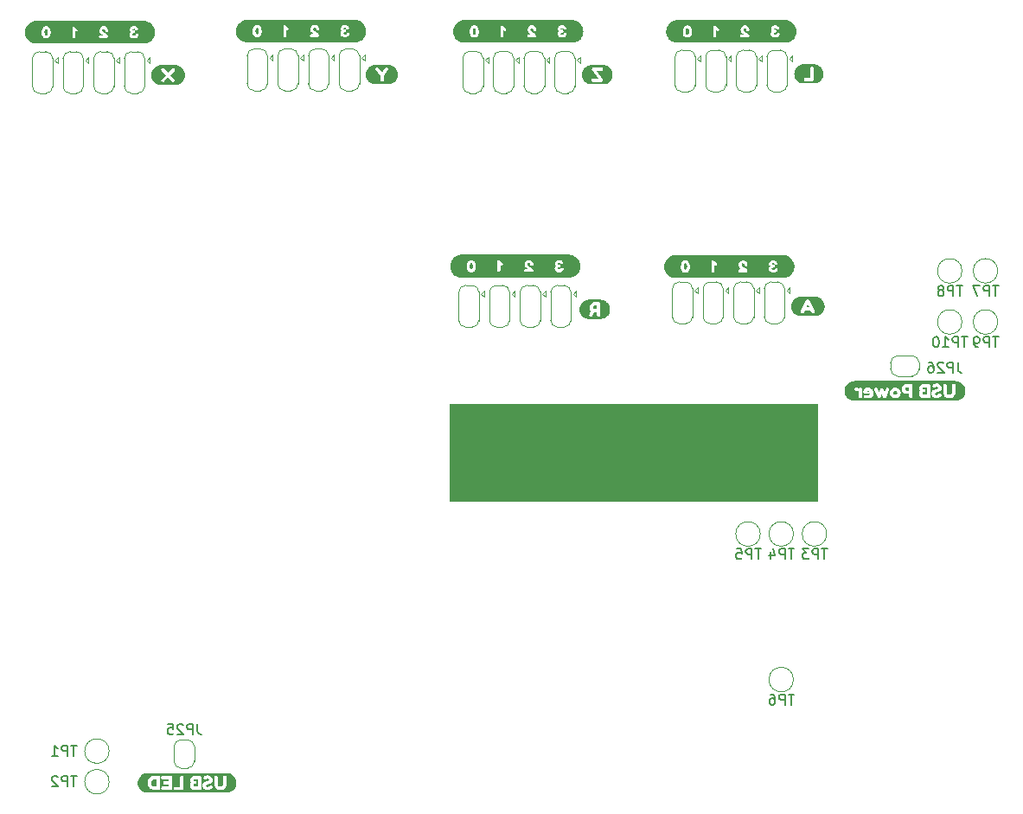
<source format=gbr>
G04 #@! TF.GenerationSoftware,KiCad,Pcbnew,6.0.2+dfsg-1~bpo11+1*
G04 #@! TF.CreationDate,2022-03-16T10:56:09+00:00*
G04 #@! TF.ProjectId,mobo,6d6f626f-2e6b-4696-9361-645f70636258,rev?*
G04 #@! TF.SameCoordinates,Original*
G04 #@! TF.FileFunction,Legend,Bot*
G04 #@! TF.FilePolarity,Positive*
%FSLAX46Y46*%
G04 Gerber Fmt 4.6, Leading zero omitted, Abs format (unit mm)*
G04 Created by KiCad (PCBNEW 6.0.2+dfsg-1~bpo11+1) date 2022-03-16 10:56:09*
%MOMM*%
%LPD*%
G01*
G04 APERTURE LIST*
%ADD10C,0.100000*%
%ADD11C,0.150000*%
%ADD12C,0.120000*%
G04 APERTURE END LIST*
D10*
X148690000Y-115270000D02*
X148690000Y-124770000D01*
X148690000Y-124770000D02*
X112690000Y-124770000D01*
X112690000Y-124770000D02*
X112690000Y-115270000D01*
X112690000Y-115270000D02*
X144190000Y-115270000D01*
X144190000Y-115270000D02*
X148690000Y-115270000D01*
G36*
X148690000Y-124770000D02*
G01*
X112690000Y-124770000D01*
X112690000Y-115270000D01*
X148690000Y-115270000D01*
X148690000Y-124770000D01*
G37*
X148690000Y-124770000D02*
X112690000Y-124770000D01*
X112690000Y-115270000D01*
X148690000Y-115270000D01*
X148690000Y-124770000D01*
D11*
X162499523Y-111222380D02*
X162499523Y-111936666D01*
X162547142Y-112079523D01*
X162642380Y-112174761D01*
X162785238Y-112222380D01*
X162880476Y-112222380D01*
X162023333Y-112222380D02*
X162023333Y-111222380D01*
X161642380Y-111222380D01*
X161547142Y-111270000D01*
X161499523Y-111317619D01*
X161451904Y-111412857D01*
X161451904Y-111555714D01*
X161499523Y-111650952D01*
X161547142Y-111698571D01*
X161642380Y-111746190D01*
X162023333Y-111746190D01*
X161070952Y-111317619D02*
X161023333Y-111270000D01*
X160928095Y-111222380D01*
X160690000Y-111222380D01*
X160594761Y-111270000D01*
X160547142Y-111317619D01*
X160499523Y-111412857D01*
X160499523Y-111508095D01*
X160547142Y-111650952D01*
X161118571Y-112222380D01*
X160499523Y-112222380D01*
X159642380Y-111222380D02*
X159832857Y-111222380D01*
X159928095Y-111270000D01*
X159975714Y-111317619D01*
X160070952Y-111460476D01*
X160118571Y-111650952D01*
X160118571Y-112031904D01*
X160070952Y-112127142D01*
X160023333Y-112174761D01*
X159928095Y-112222380D01*
X159737619Y-112222380D01*
X159642380Y-112174761D01*
X159594761Y-112127142D01*
X159547142Y-112031904D01*
X159547142Y-111793809D01*
X159594761Y-111698571D01*
X159642380Y-111650952D01*
X159737619Y-111603333D01*
X159928095Y-111603333D01*
X160023333Y-111650952D01*
X160070952Y-111698571D01*
X160118571Y-111793809D01*
X88039523Y-146622380D02*
X88039523Y-147336666D01*
X88087142Y-147479523D01*
X88182380Y-147574761D01*
X88325238Y-147622380D01*
X88420476Y-147622380D01*
X87563333Y-147622380D02*
X87563333Y-146622380D01*
X87182380Y-146622380D01*
X87087142Y-146670000D01*
X87039523Y-146717619D01*
X86991904Y-146812857D01*
X86991904Y-146955714D01*
X87039523Y-147050952D01*
X87087142Y-147098571D01*
X87182380Y-147146190D01*
X87563333Y-147146190D01*
X86610952Y-146717619D02*
X86563333Y-146670000D01*
X86468095Y-146622380D01*
X86230000Y-146622380D01*
X86134761Y-146670000D01*
X86087142Y-146717619D01*
X86039523Y-146812857D01*
X86039523Y-146908095D01*
X86087142Y-147050952D01*
X86658571Y-147622380D01*
X86039523Y-147622380D01*
X85134761Y-146622380D02*
X85610952Y-146622380D01*
X85658571Y-147098571D01*
X85610952Y-147050952D01*
X85515714Y-147003333D01*
X85277619Y-147003333D01*
X85182380Y-147050952D01*
X85134761Y-147098571D01*
X85087142Y-147193809D01*
X85087142Y-147431904D01*
X85134761Y-147527142D01*
X85182380Y-147574761D01*
X85277619Y-147622380D01*
X85515714Y-147622380D01*
X85610952Y-147574761D01*
X85658571Y-147527142D01*
X76201904Y-148722380D02*
X75630476Y-148722380D01*
X75916190Y-149722380D02*
X75916190Y-148722380D01*
X75297142Y-149722380D02*
X75297142Y-148722380D01*
X74916190Y-148722380D01*
X74820952Y-148770000D01*
X74773333Y-148817619D01*
X74725714Y-148912857D01*
X74725714Y-149055714D01*
X74773333Y-149150952D01*
X74820952Y-149198571D01*
X74916190Y-149246190D01*
X75297142Y-149246190D01*
X73773333Y-149722380D02*
X74344761Y-149722380D01*
X74059047Y-149722380D02*
X74059047Y-148722380D01*
X74154285Y-148865238D01*
X74249523Y-148960476D01*
X74344761Y-149008095D01*
X76201904Y-151722380D02*
X75630476Y-151722380D01*
X75916190Y-152722380D02*
X75916190Y-151722380D01*
X75297142Y-152722380D02*
X75297142Y-151722380D01*
X74916190Y-151722380D01*
X74820952Y-151770000D01*
X74773333Y-151817619D01*
X74725714Y-151912857D01*
X74725714Y-152055714D01*
X74773333Y-152150952D01*
X74820952Y-152198571D01*
X74916190Y-152246190D01*
X75297142Y-152246190D01*
X74344761Y-151817619D02*
X74297142Y-151770000D01*
X74201904Y-151722380D01*
X73963809Y-151722380D01*
X73868571Y-151770000D01*
X73820952Y-151817619D01*
X73773333Y-151912857D01*
X73773333Y-152008095D01*
X73820952Y-152150952D01*
X74392380Y-152722380D01*
X73773333Y-152722380D01*
X149701904Y-129470380D02*
X149130476Y-129470380D01*
X149416190Y-130470380D02*
X149416190Y-129470380D01*
X148797142Y-130470380D02*
X148797142Y-129470380D01*
X148416190Y-129470380D01*
X148320952Y-129518000D01*
X148273333Y-129565619D01*
X148225714Y-129660857D01*
X148225714Y-129803714D01*
X148273333Y-129898952D01*
X148320952Y-129946571D01*
X148416190Y-129994190D01*
X148797142Y-129994190D01*
X147892380Y-129470380D02*
X147273333Y-129470380D01*
X147606666Y-129851333D01*
X147463809Y-129851333D01*
X147368571Y-129898952D01*
X147320952Y-129946571D01*
X147273333Y-130041809D01*
X147273333Y-130279904D01*
X147320952Y-130375142D01*
X147368571Y-130422761D01*
X147463809Y-130470380D01*
X147749523Y-130470380D01*
X147844761Y-130422761D01*
X147892380Y-130375142D01*
X146451904Y-129470380D02*
X145880476Y-129470380D01*
X146166190Y-130470380D02*
X146166190Y-129470380D01*
X145547142Y-130470380D02*
X145547142Y-129470380D01*
X145166190Y-129470380D01*
X145070952Y-129518000D01*
X145023333Y-129565619D01*
X144975714Y-129660857D01*
X144975714Y-129803714D01*
X145023333Y-129898952D01*
X145070952Y-129946571D01*
X145166190Y-129994190D01*
X145547142Y-129994190D01*
X144118571Y-129803714D02*
X144118571Y-130470380D01*
X144356666Y-129422761D02*
X144594761Y-130137047D01*
X143975714Y-130137047D01*
X143201904Y-129470380D02*
X142630476Y-129470380D01*
X142916190Y-130470380D02*
X142916190Y-129470380D01*
X142297142Y-130470380D02*
X142297142Y-129470380D01*
X141916190Y-129470380D01*
X141820952Y-129518000D01*
X141773333Y-129565619D01*
X141725714Y-129660857D01*
X141725714Y-129803714D01*
X141773333Y-129898952D01*
X141820952Y-129946571D01*
X141916190Y-129994190D01*
X142297142Y-129994190D01*
X140820952Y-129470380D02*
X141297142Y-129470380D01*
X141344761Y-129946571D01*
X141297142Y-129898952D01*
X141201904Y-129851333D01*
X140963809Y-129851333D01*
X140868571Y-129898952D01*
X140820952Y-129946571D01*
X140773333Y-130041809D01*
X140773333Y-130279904D01*
X140820952Y-130375142D01*
X140868571Y-130422761D01*
X140963809Y-130470380D01*
X141201904Y-130470380D01*
X141297142Y-130422761D01*
X141344761Y-130375142D01*
X146451904Y-143720380D02*
X145880476Y-143720380D01*
X146166190Y-144720380D02*
X146166190Y-143720380D01*
X145547142Y-144720380D02*
X145547142Y-143720380D01*
X145166190Y-143720380D01*
X145070952Y-143768000D01*
X145023333Y-143815619D01*
X144975714Y-143910857D01*
X144975714Y-144053714D01*
X145023333Y-144148952D01*
X145070952Y-144196571D01*
X145166190Y-144244190D01*
X145547142Y-144244190D01*
X144118571Y-143720380D02*
X144309047Y-143720380D01*
X144404285Y-143768000D01*
X144451904Y-143815619D01*
X144547142Y-143958476D01*
X144594761Y-144148952D01*
X144594761Y-144529904D01*
X144547142Y-144625142D01*
X144499523Y-144672761D01*
X144404285Y-144720380D01*
X144213809Y-144720380D01*
X144118571Y-144672761D01*
X144070952Y-144625142D01*
X144023333Y-144529904D01*
X144023333Y-144291809D01*
X144070952Y-144196571D01*
X144118571Y-144148952D01*
X144213809Y-144101333D01*
X144404285Y-144101333D01*
X144499523Y-144148952D01*
X144547142Y-144196571D01*
X144594761Y-144291809D01*
X166451904Y-103720380D02*
X165880476Y-103720380D01*
X166166190Y-104720380D02*
X166166190Y-103720380D01*
X165547142Y-104720380D02*
X165547142Y-103720380D01*
X165166190Y-103720380D01*
X165070952Y-103768000D01*
X165023333Y-103815619D01*
X164975714Y-103910857D01*
X164975714Y-104053714D01*
X165023333Y-104148952D01*
X165070952Y-104196571D01*
X165166190Y-104244190D01*
X165547142Y-104244190D01*
X164642380Y-103720380D02*
X163975714Y-103720380D01*
X164404285Y-104720380D01*
X163428095Y-108720380D02*
X162856666Y-108720380D01*
X163142380Y-109720380D02*
X163142380Y-108720380D01*
X162523333Y-109720380D02*
X162523333Y-108720380D01*
X162142380Y-108720380D01*
X162047142Y-108768000D01*
X161999523Y-108815619D01*
X161951904Y-108910857D01*
X161951904Y-109053714D01*
X161999523Y-109148952D01*
X162047142Y-109196571D01*
X162142380Y-109244190D01*
X162523333Y-109244190D01*
X160999523Y-109720380D02*
X161570952Y-109720380D01*
X161285238Y-109720380D02*
X161285238Y-108720380D01*
X161380476Y-108863238D01*
X161475714Y-108958476D01*
X161570952Y-109006095D01*
X160380476Y-108720380D02*
X160285238Y-108720380D01*
X160190000Y-108768000D01*
X160142380Y-108815619D01*
X160094761Y-108910857D01*
X160047142Y-109101333D01*
X160047142Y-109339428D01*
X160094761Y-109529904D01*
X160142380Y-109625142D01*
X160190000Y-109672761D01*
X160285238Y-109720380D01*
X160380476Y-109720380D01*
X160475714Y-109672761D01*
X160523333Y-109625142D01*
X160570952Y-109529904D01*
X160618571Y-109339428D01*
X160618571Y-109101333D01*
X160570952Y-108910857D01*
X160523333Y-108815619D01*
X160475714Y-108768000D01*
X160380476Y-108720380D01*
X162951904Y-103720380D02*
X162380476Y-103720380D01*
X162666190Y-104720380D02*
X162666190Y-103720380D01*
X162047142Y-104720380D02*
X162047142Y-103720380D01*
X161666190Y-103720380D01*
X161570952Y-103768000D01*
X161523333Y-103815619D01*
X161475714Y-103910857D01*
X161475714Y-104053714D01*
X161523333Y-104148952D01*
X161570952Y-104196571D01*
X161666190Y-104244190D01*
X162047142Y-104244190D01*
X160904285Y-104148952D02*
X160999523Y-104101333D01*
X161047142Y-104053714D01*
X161094761Y-103958476D01*
X161094761Y-103910857D01*
X161047142Y-103815619D01*
X160999523Y-103768000D01*
X160904285Y-103720380D01*
X160713809Y-103720380D01*
X160618571Y-103768000D01*
X160570952Y-103815619D01*
X160523333Y-103910857D01*
X160523333Y-103958476D01*
X160570952Y-104053714D01*
X160618571Y-104101333D01*
X160713809Y-104148952D01*
X160904285Y-104148952D01*
X160999523Y-104196571D01*
X161047142Y-104244190D01*
X161094761Y-104339428D01*
X161094761Y-104529904D01*
X161047142Y-104625142D01*
X160999523Y-104672761D01*
X160904285Y-104720380D01*
X160713809Y-104720380D01*
X160618571Y-104672761D01*
X160570952Y-104625142D01*
X160523333Y-104529904D01*
X160523333Y-104339428D01*
X160570952Y-104244190D01*
X160618571Y-104196571D01*
X160713809Y-104148952D01*
X166451904Y-108720380D02*
X165880476Y-108720380D01*
X166166190Y-109720380D02*
X166166190Y-108720380D01*
X165547142Y-109720380D02*
X165547142Y-108720380D01*
X165166190Y-108720380D01*
X165070952Y-108768000D01*
X165023333Y-108815619D01*
X164975714Y-108910857D01*
X164975714Y-109053714D01*
X165023333Y-109148952D01*
X165070952Y-109196571D01*
X165166190Y-109244190D01*
X165547142Y-109244190D01*
X164499523Y-109720380D02*
X164309047Y-109720380D01*
X164213809Y-109672761D01*
X164166190Y-109625142D01*
X164070952Y-109482285D01*
X164023333Y-109291809D01*
X164023333Y-108910857D01*
X164070952Y-108815619D01*
X164118571Y-108768000D01*
X164213809Y-108720380D01*
X164404285Y-108720380D01*
X164499523Y-108768000D01*
X164547142Y-108815619D01*
X164594761Y-108910857D01*
X164594761Y-109148952D01*
X164547142Y-109244190D01*
X164499523Y-109291809D01*
X164404285Y-109339428D01*
X164213809Y-109339428D01*
X164118571Y-109291809D01*
X164070952Y-109244190D01*
X164023333Y-109148952D01*
D12*
X155900000Y-111270000D02*
X155900000Y-111870000D01*
X158700000Y-111870000D02*
X158700000Y-111270000D01*
X158000000Y-110570000D02*
X156600000Y-110570000D01*
X156600000Y-112570000D02*
X158000000Y-112570000D01*
X156600000Y-110570000D02*
G75*
G03*
X155900000Y-111270000I-1J-699999D01*
G01*
X158000000Y-112570000D02*
G75*
G03*
X158700000Y-111870000I1J699999D01*
G01*
X155900000Y-111870000D02*
G75*
G03*
X156600000Y-112570000I699999J-1D01*
G01*
X158700000Y-111270000D02*
G75*
G03*
X158000000Y-110570000I-699999J1D01*
G01*
X85740000Y-148850000D02*
X85740000Y-150250000D01*
X87740000Y-150250000D02*
X87740000Y-148850000D01*
X86440000Y-150950000D02*
X87040000Y-150950000D01*
X87040000Y-148150000D02*
X86440000Y-148150000D01*
X86440000Y-148150000D02*
G75*
G03*
X85740000Y-148850000I-1J-699999D01*
G01*
X87040000Y-150950000D02*
G75*
G03*
X87740000Y-150250000I1J699999D01*
G01*
X85740000Y-150250000D02*
G75*
G03*
X86440000Y-150950000I699999J-1D01*
G01*
X87740000Y-148850000D02*
G75*
G03*
X87040000Y-148150000I-699999J1D01*
G01*
X135820000Y-103340000D02*
X135220000Y-103340000D01*
X135220000Y-107440000D02*
X135820000Y-107440000D01*
X136720000Y-104190000D02*
X137020000Y-104490000D01*
X137020000Y-103890000D02*
X137020000Y-104490000D01*
X136720000Y-104190000D02*
X137020000Y-103890000D01*
X136520000Y-106790000D02*
X136520000Y-103990000D01*
X134520000Y-103990000D02*
X134520000Y-106790000D01*
X136520000Y-104040000D02*
G75*
G03*
X135820000Y-103340000I-699999J1D01*
G01*
X135220000Y-103340000D02*
G75*
G03*
X134520000Y-104040000I-1J-699999D01*
G01*
X135820000Y-107440000D02*
G75*
G03*
X136520000Y-106740000I1J699999D01*
G01*
X134520000Y-106740000D02*
G75*
G03*
X135220000Y-107440000I699999J-1D01*
G01*
X145720000Y-104190000D02*
X146020000Y-103890000D01*
X144220000Y-107440000D02*
X144820000Y-107440000D01*
X145520000Y-106790000D02*
X145520000Y-103990000D01*
X143520000Y-103990000D02*
X143520000Y-106790000D01*
X145720000Y-104190000D02*
X146020000Y-104490000D01*
X144820000Y-103340000D02*
X144220000Y-103340000D01*
X146020000Y-103890000D02*
X146020000Y-104490000D01*
X144220000Y-103340000D02*
G75*
G03*
X143520000Y-104040000I-1J-699999D01*
G01*
X143520000Y-106740000D02*
G75*
G03*
X144220000Y-107440000I699999J-1D01*
G01*
X144820000Y-107440000D02*
G75*
G03*
X145520000Y-106740000I1J699999D01*
G01*
X145520000Y-104040000D02*
G75*
G03*
X144820000Y-103340000I-699999J1D01*
G01*
X139520000Y-106790000D02*
X139520000Y-103990000D01*
X137520000Y-103990000D02*
X137520000Y-106790000D01*
X138820000Y-103340000D02*
X138220000Y-103340000D01*
X139720000Y-104190000D02*
X140020000Y-103890000D01*
X138220000Y-107440000D02*
X138820000Y-107440000D01*
X140020000Y-103890000D02*
X140020000Y-104490000D01*
X139720000Y-104190000D02*
X140020000Y-104490000D01*
X137520000Y-106740000D02*
G75*
G03*
X138220000Y-107440000I699999J-1D01*
G01*
X138820000Y-107440000D02*
G75*
G03*
X139520000Y-106740000I1J699999D01*
G01*
X138220000Y-103340000D02*
G75*
G03*
X137520000Y-104040000I-1J-699999D01*
G01*
X139520000Y-104040000D02*
G75*
G03*
X138820000Y-103340000I-699999J1D01*
G01*
X140520000Y-103990000D02*
X140520000Y-106790000D01*
X141220000Y-107440000D02*
X141820000Y-107440000D01*
X142720000Y-104190000D02*
X143020000Y-104490000D01*
X142720000Y-104190000D02*
X143020000Y-103890000D01*
X142520000Y-106790000D02*
X142520000Y-103990000D01*
X143020000Y-103890000D02*
X143020000Y-104490000D01*
X141820000Y-103340000D02*
X141220000Y-103340000D01*
X140520000Y-106740000D02*
G75*
G03*
X141220000Y-107440000I699999J-1D01*
G01*
X141220000Y-103340000D02*
G75*
G03*
X140520000Y-104040000I-1J-699999D01*
G01*
X141820000Y-107440000D02*
G75*
G03*
X142520000Y-106740000I1J699999D01*
G01*
X142520000Y-104040000D02*
G75*
G03*
X141820000Y-103340000I-699999J1D01*
G01*
X119110000Y-104230000D02*
X119110000Y-104830000D01*
X116610000Y-104330000D02*
X116610000Y-107130000D01*
X117910000Y-103680000D02*
X117310000Y-103680000D01*
X118610000Y-107130000D02*
X118610000Y-104330000D01*
X118810000Y-104530000D02*
X119110000Y-104230000D01*
X118810000Y-104530000D02*
X119110000Y-104830000D01*
X117310000Y-107780000D02*
X117910000Y-107780000D01*
X118610000Y-104380000D02*
G75*
G03*
X117910000Y-103680000I-699999J1D01*
G01*
X116610000Y-107080000D02*
G75*
G03*
X117310000Y-107780000I699999J-1D01*
G01*
X117910000Y-107780000D02*
G75*
G03*
X118610000Y-107080000I1J699999D01*
G01*
X117310000Y-103680000D02*
G75*
G03*
X116610000Y-104380000I-1J-699999D01*
G01*
X124810000Y-104530000D02*
X125110000Y-104830000D01*
X123910000Y-103680000D02*
X123310000Y-103680000D01*
X125110000Y-104230000D02*
X125110000Y-104830000D01*
X124610000Y-107130000D02*
X124610000Y-104330000D01*
X122610000Y-104330000D02*
X122610000Y-107130000D01*
X124810000Y-104530000D02*
X125110000Y-104230000D01*
X123310000Y-107780000D02*
X123910000Y-107780000D01*
X124610000Y-104380000D02*
G75*
G03*
X123910000Y-103680000I-699999J1D01*
G01*
X122610000Y-107080000D02*
G75*
G03*
X123310000Y-107780000I699999J-1D01*
G01*
X123310000Y-103680000D02*
G75*
G03*
X122610000Y-104380000I-1J-699999D01*
G01*
X123910000Y-107780000D02*
G75*
G03*
X124610000Y-107080000I1J699999D01*
G01*
X116110000Y-104230000D02*
X116110000Y-104830000D01*
X115610000Y-107130000D02*
X115610000Y-104330000D01*
X115810000Y-104530000D02*
X116110000Y-104230000D01*
X114310000Y-107780000D02*
X114910000Y-107780000D01*
X113610000Y-104330000D02*
X113610000Y-107130000D01*
X115810000Y-104530000D02*
X116110000Y-104830000D01*
X114910000Y-103680000D02*
X114310000Y-103680000D01*
X115610000Y-104380000D02*
G75*
G03*
X114910000Y-103680000I-699999J1D01*
G01*
X114310000Y-103680000D02*
G75*
G03*
X113610000Y-104380000I-1J-699999D01*
G01*
X114910000Y-107780000D02*
G75*
G03*
X115610000Y-107080000I1J699999D01*
G01*
X113610000Y-107080000D02*
G75*
G03*
X114310000Y-107780000I699999J-1D01*
G01*
X121810000Y-104530000D02*
X122110000Y-104830000D01*
X120910000Y-103680000D02*
X120310000Y-103680000D01*
X122110000Y-104230000D02*
X122110000Y-104830000D01*
X120310000Y-107780000D02*
X120910000Y-107780000D01*
X121610000Y-107130000D02*
X121610000Y-104330000D01*
X121810000Y-104530000D02*
X122110000Y-104230000D01*
X119610000Y-104330000D02*
X119610000Y-107130000D01*
X120910000Y-107780000D02*
G75*
G03*
X121610000Y-107080000I1J699999D01*
G01*
X119610000Y-107080000D02*
G75*
G03*
X120310000Y-107780000I699999J-1D01*
G01*
X120310000Y-103680000D02*
G75*
G03*
X119610000Y-104380000I-1J-699999D01*
G01*
X121610000Y-104380000D02*
G75*
G03*
X120910000Y-103680000I-699999J1D01*
G01*
G36*
X124516094Y-100691073D02*
G01*
X124624262Y-100707118D01*
X124730336Y-100733688D01*
X124833295Y-100770528D01*
X124932148Y-100817282D01*
X125025942Y-100873499D01*
X125113774Y-100938640D01*
X125194798Y-101012076D01*
X125268234Y-101093100D01*
X125333374Y-101180932D01*
X125389592Y-101274726D01*
X125436346Y-101373579D01*
X125473186Y-101476538D01*
X125499756Y-101582612D01*
X125515801Y-101690780D01*
X125521167Y-101800000D01*
X125515801Y-101909220D01*
X125499756Y-102017388D01*
X125473186Y-102123462D01*
X125436346Y-102226421D01*
X125389592Y-102325274D01*
X125333374Y-102419068D01*
X125268234Y-102506900D01*
X125194798Y-102587924D01*
X125113774Y-102661360D01*
X125025942Y-102726501D01*
X124932148Y-102782718D01*
X124833295Y-102829472D01*
X124730336Y-102866312D01*
X124624262Y-102892882D01*
X124516094Y-102908927D01*
X124406874Y-102914293D01*
X113893126Y-102914293D01*
X113783906Y-102908927D01*
X113675738Y-102892882D01*
X113569664Y-102866312D01*
X113466705Y-102829472D01*
X113367852Y-102782718D01*
X113274058Y-102726501D01*
X113186226Y-102661360D01*
X113105202Y-102587924D01*
X113031766Y-102506900D01*
X112966626Y-102419068D01*
X112910408Y-102325274D01*
X112863654Y-102226421D01*
X112826814Y-102123462D01*
X112800244Y-102017388D01*
X112784199Y-101909220D01*
X112778833Y-101800000D01*
X114405756Y-101800000D01*
X114413495Y-101936227D01*
X114436712Y-102057572D01*
X114475408Y-102164034D01*
X114529581Y-102255613D01*
X114584548Y-102313556D01*
X114657375Y-102360388D01*
X114745680Y-102391344D01*
X114847081Y-102401663D01*
X114948880Y-102391145D01*
X115038375Y-102359594D01*
X115112591Y-102312564D01*
X115168550Y-102255613D01*
X115176534Y-102242913D01*
X117402956Y-102242913D01*
X117405337Y-102297681D01*
X117420419Y-102339750D01*
X117462487Y-102371897D01*
X117544244Y-102382613D01*
X117624016Y-102372294D01*
X117666481Y-102341338D01*
X117681562Y-102297681D01*
X117683846Y-102242119D01*
X120017569Y-102242119D01*
X120027888Y-102322288D01*
X120062019Y-102363563D01*
X120160444Y-102382613D01*
X120781156Y-102382613D01*
X120879581Y-102339750D01*
X120920856Y-102239738D01*
X120905973Y-102157386D01*
X120861325Y-102081781D01*
X120795642Y-102014709D01*
X120788553Y-102009550D01*
X123008419Y-102009550D01*
X123022530Y-102116177D01*
X123064863Y-102209575D01*
X123135419Y-102289744D01*
X123227317Y-102351039D01*
X123333680Y-102387816D01*
X123454506Y-102400075D01*
X123574451Y-102387728D01*
X123680284Y-102350686D01*
X123772006Y-102288950D01*
X123816853Y-102239341D01*
X123856144Y-102176238D01*
X123873606Y-102134963D01*
X123876781Y-102119088D01*
X123894244Y-102033363D01*
X123855350Y-101964306D01*
X123738669Y-101941288D01*
X123654531Y-101957163D01*
X123606906Y-102039713D01*
X123519594Y-102115913D01*
X123452919Y-102125438D01*
X123379894Y-102116905D01*
X123329094Y-102091306D01*
X123289406Y-102014313D01*
X123328300Y-101938906D01*
X123420375Y-101906363D01*
X123492606Y-101903188D01*
X123533881Y-101887313D01*
X123566028Y-101846434D01*
X123576744Y-101765075D01*
X123562059Y-101676572D01*
X123518006Y-101633312D01*
X123435456Y-101625375D01*
X123344969Y-101609897D01*
X123314806Y-101563462D01*
X123346556Y-101499962D01*
X123434663Y-101469800D01*
X123524356Y-101488850D01*
X123565631Y-101526950D01*
X123575156Y-101546000D01*
X123619606Y-101605531D01*
X123679931Y-101625375D01*
X123767244Y-101596800D01*
X123826775Y-101547191D01*
X123846619Y-101490437D01*
X123810106Y-101382487D01*
X123775181Y-101332481D01*
X123709300Y-101269775D01*
X123604525Y-101220562D01*
X123533286Y-101203894D01*
X123454506Y-101198337D01*
X123333503Y-101210685D01*
X123230845Y-101247726D01*
X123146531Y-101309462D01*
X123083913Y-101386633D01*
X123046342Y-101469976D01*
X123033819Y-101559494D01*
X123047577Y-101643543D01*
X123088852Y-101710483D01*
X123157644Y-101760312D01*
X123157644Y-101771425D01*
X123110813Y-101805556D01*
X123060806Y-101857150D01*
X123021516Y-101928588D01*
X123008419Y-102009550D01*
X120788553Y-102009550D01*
X120717656Y-101957956D01*
X120633519Y-101906759D01*
X120549381Y-101856356D01*
X120471395Y-101802977D01*
X120405713Y-101742850D01*
X120361064Y-101677366D01*
X120346181Y-101607912D01*
X120357294Y-101567431D01*
X120381900Y-101524569D01*
X120423969Y-101493612D01*
X120503344Y-101479325D01*
X120591450Y-101516631D01*
X120633519Y-101590450D01*
X120639869Y-101626962D01*
X120639869Y-101636487D01*
X120642250Y-101688875D01*
X120657331Y-101728562D01*
X120700194Y-101757137D01*
X120781156Y-101766662D01*
X120869659Y-101751581D01*
X120912919Y-101706337D01*
X120920856Y-101625375D01*
X120907715Y-101519101D01*
X120868292Y-101420411D01*
X120802588Y-101329306D01*
X120715628Y-101256546D01*
X120612440Y-101212890D01*
X120493025Y-101198337D01*
X120373522Y-101213066D01*
X120270069Y-101257251D01*
X120182669Y-101330894D01*
X120116523Y-101423410D01*
X120076835Y-101524216D01*
X120063606Y-101633312D01*
X120073528Y-101721419D01*
X120103294Y-101804763D01*
X120146950Y-101877788D01*
X120198544Y-101934938D01*
X120309669Y-102022647D01*
X120408094Y-102076225D01*
X120447781Y-102092100D01*
X120447781Y-102100038D01*
X120157269Y-102100038D01*
X120064400Y-102115119D01*
X120027094Y-102161156D01*
X120017569Y-102242119D01*
X117683846Y-102242119D01*
X117683944Y-102239738D01*
X117683944Y-101673000D01*
X117704581Y-101692050D01*
X117815706Y-101741262D01*
X117911750Y-101685700D01*
X117961756Y-101587275D01*
X117904606Y-101493612D01*
X117644256Y-101258662D01*
X117639494Y-101255487D01*
X117549800Y-101214212D01*
X117474394Y-101222150D01*
X117433119Y-101240406D01*
X117410894Y-101274537D01*
X117402956Y-101358675D01*
X117402956Y-102242913D01*
X115176534Y-102242913D01*
X115211214Y-102187747D01*
X115245544Y-102107975D01*
X115271120Y-102012901D01*
X115286466Y-101909714D01*
X115291581Y-101798412D01*
X115287436Y-101697694D01*
X115275001Y-101607207D01*
X115254275Y-101526950D01*
X115214786Y-101426342D01*
X115170931Y-101349944D01*
X115115567Y-101290809D01*
X115041550Y-101241994D01*
X114951658Y-101209252D01*
X114848669Y-101198337D01*
X114746077Y-101209053D01*
X114657375Y-101241200D01*
X114584350Y-101289222D01*
X114528787Y-101347562D01*
X114486520Y-101416619D01*
X114453381Y-101496787D01*
X114426923Y-101593978D01*
X114411048Y-101695049D01*
X114405756Y-101800000D01*
X112778833Y-101800000D01*
X112784199Y-101690780D01*
X112800244Y-101582612D01*
X112826814Y-101476538D01*
X112863654Y-101373579D01*
X112910408Y-101274726D01*
X112966626Y-101180932D01*
X113031766Y-101093100D01*
X113105202Y-101012076D01*
X113186226Y-100938640D01*
X113274058Y-100873499D01*
X113367852Y-100817282D01*
X113466705Y-100770528D01*
X113569664Y-100733688D01*
X113675738Y-100707118D01*
X113783906Y-100691073D01*
X113893126Y-100685707D01*
X124406874Y-100685707D01*
X124516094Y-100691073D01*
G37*
G36*
X114919511Y-101499318D02*
G01*
X114970112Y-101559295D01*
X115000473Y-101659258D01*
X115010594Y-101799206D01*
X115000573Y-101939154D01*
X114970509Y-102039117D01*
X114920404Y-102099095D01*
X114850256Y-102119088D01*
X114778720Y-102099641D01*
X114727622Y-102041300D01*
X114696963Y-101944066D01*
X114686744Y-101807938D01*
X114686744Y-101798412D01*
X114696864Y-101658812D01*
X114727225Y-101559097D01*
X114777827Y-101499268D01*
X114848669Y-101479325D01*
X114919511Y-101499318D01*
G37*
G36*
X73289511Y-78599318D02*
G01*
X73340112Y-78659295D01*
X73370473Y-78759258D01*
X73380594Y-78899206D01*
X73370573Y-79039154D01*
X73340509Y-79139117D01*
X73290404Y-79199095D01*
X73220256Y-79219088D01*
X73148720Y-79199641D01*
X73097622Y-79141300D01*
X73066963Y-79044066D01*
X73056744Y-78907938D01*
X73056744Y-78898412D01*
X73066864Y-78758812D01*
X73097225Y-78659097D01*
X73147827Y-78599268D01*
X73218669Y-78579325D01*
X73289511Y-78599318D01*
G37*
G36*
X82886094Y-77791073D02*
G01*
X82994262Y-77807118D01*
X83100336Y-77833688D01*
X83203295Y-77870528D01*
X83302148Y-77917282D01*
X83395942Y-77973499D01*
X83483774Y-78038640D01*
X83564798Y-78112076D01*
X83638234Y-78193100D01*
X83703374Y-78280932D01*
X83759592Y-78374726D01*
X83806346Y-78473579D01*
X83843186Y-78576538D01*
X83869756Y-78682612D01*
X83885801Y-78790780D01*
X83891167Y-78900000D01*
X83885801Y-79009220D01*
X83869756Y-79117388D01*
X83843186Y-79223462D01*
X83806346Y-79326421D01*
X83759592Y-79425274D01*
X83703374Y-79519068D01*
X83638234Y-79606900D01*
X83564798Y-79687924D01*
X83483774Y-79761360D01*
X83395942Y-79826501D01*
X83302148Y-79882718D01*
X83203295Y-79929472D01*
X83100336Y-79966312D01*
X82994262Y-79992882D01*
X82886094Y-80008927D01*
X82776874Y-80014293D01*
X72263126Y-80014293D01*
X72153906Y-80008927D01*
X72045738Y-79992882D01*
X71939664Y-79966312D01*
X71836705Y-79929472D01*
X71737852Y-79882718D01*
X71644058Y-79826501D01*
X71556226Y-79761360D01*
X71475202Y-79687924D01*
X71401766Y-79606900D01*
X71336626Y-79519068D01*
X71280408Y-79425274D01*
X71233654Y-79326421D01*
X71196814Y-79223462D01*
X71170244Y-79117388D01*
X71154199Y-79009220D01*
X71148833Y-78900000D01*
X72775756Y-78900000D01*
X72783495Y-79036227D01*
X72806712Y-79157572D01*
X72845408Y-79264034D01*
X72899581Y-79355613D01*
X72954548Y-79413556D01*
X73027375Y-79460388D01*
X73115680Y-79491344D01*
X73217081Y-79501663D01*
X73318880Y-79491145D01*
X73408375Y-79459594D01*
X73482591Y-79412564D01*
X73538550Y-79355613D01*
X73546534Y-79342913D01*
X75772956Y-79342913D01*
X75775337Y-79397681D01*
X75790419Y-79439750D01*
X75832487Y-79471897D01*
X75914244Y-79482613D01*
X75994016Y-79472294D01*
X76036481Y-79441338D01*
X76051562Y-79397681D01*
X76053846Y-79342119D01*
X78387569Y-79342119D01*
X78397888Y-79422288D01*
X78432019Y-79463563D01*
X78530444Y-79482613D01*
X79151156Y-79482613D01*
X79249581Y-79439750D01*
X79290856Y-79339738D01*
X79275973Y-79257386D01*
X79231325Y-79181781D01*
X79165642Y-79114709D01*
X79158553Y-79109550D01*
X81378419Y-79109550D01*
X81392530Y-79216177D01*
X81434863Y-79309575D01*
X81505419Y-79389744D01*
X81597317Y-79451039D01*
X81703680Y-79487816D01*
X81824506Y-79500075D01*
X81944451Y-79487728D01*
X82050284Y-79450686D01*
X82142006Y-79388950D01*
X82186853Y-79339341D01*
X82226144Y-79276238D01*
X82243606Y-79234963D01*
X82246781Y-79219088D01*
X82264244Y-79133363D01*
X82225350Y-79064306D01*
X82108669Y-79041288D01*
X82024531Y-79057163D01*
X81976906Y-79139713D01*
X81889594Y-79215913D01*
X81822919Y-79225438D01*
X81749894Y-79216905D01*
X81699094Y-79191306D01*
X81659406Y-79114313D01*
X81698300Y-79038906D01*
X81790375Y-79006363D01*
X81862606Y-79003188D01*
X81903881Y-78987313D01*
X81936028Y-78946434D01*
X81946744Y-78865075D01*
X81932059Y-78776572D01*
X81888006Y-78733312D01*
X81805456Y-78725375D01*
X81714969Y-78709897D01*
X81684806Y-78663462D01*
X81716556Y-78599962D01*
X81804663Y-78569800D01*
X81894356Y-78588850D01*
X81935631Y-78626950D01*
X81945156Y-78646000D01*
X81989606Y-78705531D01*
X82049931Y-78725375D01*
X82137244Y-78696800D01*
X82196775Y-78647191D01*
X82216619Y-78590437D01*
X82180106Y-78482487D01*
X82145181Y-78432481D01*
X82079300Y-78369775D01*
X81974525Y-78320562D01*
X81903286Y-78303894D01*
X81824506Y-78298337D01*
X81703503Y-78310685D01*
X81600845Y-78347726D01*
X81516531Y-78409462D01*
X81453913Y-78486633D01*
X81416342Y-78569976D01*
X81403819Y-78659494D01*
X81417577Y-78743543D01*
X81458852Y-78810483D01*
X81527644Y-78860312D01*
X81527644Y-78871425D01*
X81480813Y-78905556D01*
X81430806Y-78957150D01*
X81391516Y-79028588D01*
X81378419Y-79109550D01*
X79158553Y-79109550D01*
X79087656Y-79057956D01*
X79003519Y-79006759D01*
X78919381Y-78956356D01*
X78841395Y-78902977D01*
X78775713Y-78842850D01*
X78731064Y-78777366D01*
X78716181Y-78707912D01*
X78727294Y-78667431D01*
X78751900Y-78624569D01*
X78793969Y-78593612D01*
X78873344Y-78579325D01*
X78961450Y-78616631D01*
X79003519Y-78690450D01*
X79009869Y-78726962D01*
X79009869Y-78736487D01*
X79012250Y-78788875D01*
X79027331Y-78828562D01*
X79070194Y-78857137D01*
X79151156Y-78866662D01*
X79239659Y-78851581D01*
X79282919Y-78806337D01*
X79290856Y-78725375D01*
X79277715Y-78619101D01*
X79238292Y-78520411D01*
X79172588Y-78429306D01*
X79085628Y-78356546D01*
X78982440Y-78312890D01*
X78863025Y-78298337D01*
X78743522Y-78313066D01*
X78640069Y-78357251D01*
X78552669Y-78430894D01*
X78486523Y-78523410D01*
X78446835Y-78624216D01*
X78433606Y-78733312D01*
X78443528Y-78821419D01*
X78473294Y-78904763D01*
X78516950Y-78977788D01*
X78568544Y-79034938D01*
X78679669Y-79122647D01*
X78778094Y-79176225D01*
X78817781Y-79192100D01*
X78817781Y-79200038D01*
X78527269Y-79200038D01*
X78434400Y-79215119D01*
X78397094Y-79261156D01*
X78387569Y-79342119D01*
X76053846Y-79342119D01*
X76053944Y-79339738D01*
X76053944Y-78773000D01*
X76074581Y-78792050D01*
X76185706Y-78841262D01*
X76281750Y-78785700D01*
X76331756Y-78687275D01*
X76274606Y-78593612D01*
X76014256Y-78358662D01*
X76009494Y-78355487D01*
X75919800Y-78314212D01*
X75844394Y-78322150D01*
X75803119Y-78340406D01*
X75780894Y-78374537D01*
X75772956Y-78458675D01*
X75772956Y-79342913D01*
X73546534Y-79342913D01*
X73581214Y-79287747D01*
X73615544Y-79207975D01*
X73641120Y-79112901D01*
X73656466Y-79009714D01*
X73661581Y-78898412D01*
X73657436Y-78797694D01*
X73645001Y-78707207D01*
X73624275Y-78626950D01*
X73584786Y-78526342D01*
X73540931Y-78449944D01*
X73485567Y-78390809D01*
X73411550Y-78341994D01*
X73321658Y-78309252D01*
X73218669Y-78298337D01*
X73116077Y-78309053D01*
X73027375Y-78341200D01*
X72954350Y-78389222D01*
X72898787Y-78447562D01*
X72856520Y-78516619D01*
X72823381Y-78596787D01*
X72796923Y-78693978D01*
X72781048Y-78795049D01*
X72775756Y-78900000D01*
X71148833Y-78900000D01*
X71154199Y-78790780D01*
X71170244Y-78682612D01*
X71196814Y-78576538D01*
X71233654Y-78473579D01*
X71280408Y-78374726D01*
X71336626Y-78280932D01*
X71401766Y-78193100D01*
X71475202Y-78112076D01*
X71556226Y-78038640D01*
X71644058Y-77973499D01*
X71737852Y-77917282D01*
X71836705Y-77870528D01*
X71939664Y-77833688D01*
X72045738Y-77807118D01*
X72153906Y-77791073D01*
X72263126Y-77785707D01*
X82776874Y-77785707D01*
X82886094Y-77791073D01*
G37*
G36*
X85931868Y-82130712D02*
G01*
X86025440Y-82144592D01*
X86117200Y-82167577D01*
X86206266Y-82199445D01*
X86291780Y-82239890D01*
X86372917Y-82288521D01*
X86448897Y-82344872D01*
X86518988Y-82408399D01*
X86582514Y-82478489D01*
X86638865Y-82554469D01*
X86687497Y-82635607D01*
X86727941Y-82721120D01*
X86759810Y-82810186D01*
X86782795Y-82901947D01*
X86796675Y-82995518D01*
X86801316Y-83090000D01*
X86796675Y-83184482D01*
X86782795Y-83278053D01*
X86759810Y-83369814D01*
X86727941Y-83458880D01*
X86687497Y-83544393D01*
X86638865Y-83625531D01*
X86582514Y-83701511D01*
X86518988Y-83771601D01*
X86448897Y-83835128D01*
X86372917Y-83891479D01*
X86291780Y-83940110D01*
X86206266Y-83980555D01*
X86117200Y-84012423D01*
X86025440Y-84035408D01*
X85931868Y-84049288D01*
X85837386Y-84053930D01*
X84482614Y-84053930D01*
X84388132Y-84049288D01*
X84294560Y-84035408D01*
X84202800Y-84012423D01*
X84113734Y-83980555D01*
X84028220Y-83940110D01*
X83947083Y-83891478D01*
X83871103Y-83835128D01*
X83801012Y-83771601D01*
X83737486Y-83701511D01*
X83686619Y-83632925D01*
X84482772Y-83632925D01*
X84556115Y-83749130D01*
X84679940Y-83815805D01*
X84797097Y-83739605D01*
X85159047Y-83324315D01*
X85520997Y-83739605D01*
X85638155Y-83815805D01*
X85761980Y-83748178D01*
X85837227Y-83632925D01*
X85770552Y-83511005D01*
X85387647Y-83090000D01*
X85770552Y-82668995D01*
X85837227Y-82548980D01*
X85762932Y-82431822D01*
X85638155Y-82364195D01*
X85520997Y-82440395D01*
X85159047Y-82855685D01*
X84797097Y-82440395D01*
X84679940Y-82364195D01*
X84557067Y-82430870D01*
X84482772Y-82548980D01*
X84547542Y-82668995D01*
X84930447Y-83090000D01*
X84547542Y-83511005D01*
X84482772Y-83632925D01*
X83686619Y-83632925D01*
X83681135Y-83625531D01*
X83632503Y-83544393D01*
X83592059Y-83458880D01*
X83560190Y-83369814D01*
X83537205Y-83278053D01*
X83523325Y-83184482D01*
X83518684Y-83090000D01*
X83523325Y-82995518D01*
X83537205Y-82901947D01*
X83560190Y-82810186D01*
X83592059Y-82721120D01*
X83632503Y-82635607D01*
X83681135Y-82554469D01*
X83737486Y-82478489D01*
X83801012Y-82408399D01*
X83871103Y-82344872D01*
X83947083Y-82288522D01*
X84028220Y-82239890D01*
X84113734Y-82199445D01*
X84202800Y-82167577D01*
X84294560Y-82144592D01*
X84388132Y-82130712D01*
X84482614Y-82126070D01*
X85837386Y-82126070D01*
X85931868Y-82130712D01*
G37*
G36*
X106807987Y-82085878D02*
G01*
X106900079Y-82099539D01*
X106990389Y-82122160D01*
X107078047Y-82153525D01*
X107162208Y-82193330D01*
X107242063Y-82241193D01*
X107316841Y-82296653D01*
X107385824Y-82359175D01*
X107448346Y-82428157D01*
X107503806Y-82502936D01*
X107551669Y-82582791D01*
X107591474Y-82666952D01*
X107622838Y-82754610D01*
X107645460Y-82844920D01*
X107659121Y-82937012D01*
X107663689Y-83030000D01*
X107659121Y-83122988D01*
X107645460Y-83215080D01*
X107622838Y-83305390D01*
X107591474Y-83393048D01*
X107551669Y-83477209D01*
X107503806Y-83557064D01*
X107448346Y-83631843D01*
X107385824Y-83700825D01*
X107316841Y-83763347D01*
X107242063Y-83818807D01*
X107162208Y-83866670D01*
X107078047Y-83906475D01*
X106990389Y-83937840D01*
X106900079Y-83960461D01*
X106807987Y-83974122D01*
X106714999Y-83978690D01*
X105465001Y-83978690D01*
X105372013Y-83974122D01*
X105279921Y-83960461D01*
X105189611Y-83937840D01*
X105101953Y-83906475D01*
X105017792Y-83866670D01*
X104937937Y-83818807D01*
X104863159Y-83763347D01*
X104794176Y-83700825D01*
X104731654Y-83631843D01*
X104676194Y-83557064D01*
X104628331Y-83477209D01*
X104588526Y-83393048D01*
X104557162Y-83305390D01*
X104534540Y-83215080D01*
X104520879Y-83122988D01*
X104516311Y-83030000D01*
X104520879Y-82937012D01*
X104534540Y-82844920D01*
X104557162Y-82754610D01*
X104588526Y-82666952D01*
X104628331Y-82582791D01*
X104676194Y-82502936D01*
X104683719Y-82492790D01*
X105465160Y-82492790D01*
X105508975Y-82593755D01*
X105920455Y-83209070D01*
X105920455Y-83572925D01*
X105923313Y-83638648D01*
X105941410Y-83689130D01*
X105992845Y-83729135D01*
X106090000Y-83740565D01*
X106187155Y-83729135D01*
X106238590Y-83688178D01*
X106256688Y-83636743D01*
X106259545Y-83569115D01*
X106259545Y-83209070D01*
X106671025Y-82593755D01*
X106714840Y-82492790D01*
X106693885Y-82433021D01*
X106631020Y-82375632D01*
X106511005Y-82319435D01*
X106453855Y-82334675D01*
X106385275Y-82412780D01*
X106090000Y-82885220D01*
X105794725Y-82412780D01*
X105731860Y-82337532D01*
X105669948Y-82319435D01*
X105558505Y-82367060D01*
X105488496Y-82430877D01*
X105465160Y-82492790D01*
X104683719Y-82492790D01*
X104731654Y-82428157D01*
X104794176Y-82359175D01*
X104863159Y-82296653D01*
X104937937Y-82241193D01*
X105017792Y-82193330D01*
X105101953Y-82153525D01*
X105189611Y-82122160D01*
X105279921Y-82099539D01*
X105372013Y-82085878D01*
X105465001Y-82081310D01*
X106714999Y-82081310D01*
X106807987Y-82085878D01*
G37*
G36*
X127837046Y-82125357D02*
G01*
X127928213Y-82138881D01*
X128017616Y-82161275D01*
X128104394Y-82192325D01*
X128187711Y-82231730D01*
X128266763Y-82279113D01*
X128340791Y-82334016D01*
X128409081Y-82395910D01*
X128470976Y-82464200D01*
X128525878Y-82538228D01*
X128573261Y-82617281D01*
X128612667Y-82700597D01*
X128643716Y-82787375D01*
X128666110Y-82876778D01*
X128679634Y-82967946D01*
X128684156Y-83060000D01*
X128679634Y-83152054D01*
X128666110Y-83243222D01*
X128643716Y-83332625D01*
X128612667Y-83419403D01*
X128573261Y-83502719D01*
X128525878Y-83581772D01*
X128470976Y-83655800D01*
X128409081Y-83724090D01*
X128340791Y-83785984D01*
X128266763Y-83840887D01*
X128187711Y-83888270D01*
X128104394Y-83927675D01*
X128017616Y-83958725D01*
X127928213Y-83981119D01*
X127837046Y-83994643D01*
X127744991Y-83999165D01*
X126615009Y-83999165D01*
X126522954Y-83994643D01*
X126431787Y-83981119D01*
X126342384Y-83958725D01*
X126255606Y-83927675D01*
X126172289Y-83888270D01*
X126093237Y-83840887D01*
X126019209Y-83785984D01*
X125950919Y-83724090D01*
X125889024Y-83655800D01*
X125839920Y-83589590D01*
X126615168Y-83589590D01*
X126624693Y-83675315D01*
X126647553Y-83724845D01*
X126687558Y-83749610D01*
X126784713Y-83761040D01*
X127577193Y-83761040D01*
X127661013Y-83738180D01*
X127723878Y-83676744D01*
X127744833Y-83587685D01*
X127721973Y-83507675D01*
X127131423Y-82690430D01*
X127569573Y-82690430D01*
X127637200Y-82687572D01*
X127689588Y-82671380D01*
X127731021Y-82622326D01*
X127744833Y-82528505D01*
X127731974Y-82430397D01*
X127693398Y-82379915D01*
X127642915Y-82361817D01*
X127575288Y-82358960D01*
X126809478Y-82358960D01*
X126725658Y-82381820D01*
X126663745Y-82442780D01*
X126641838Y-82532315D01*
X126664698Y-82614230D01*
X127255248Y-83431475D01*
X126780903Y-83431475D01*
X126673270Y-83449573D01*
X126627550Y-83501960D01*
X126615168Y-83589590D01*
X125839920Y-83589590D01*
X125834122Y-83581772D01*
X125786739Y-83502719D01*
X125747333Y-83419403D01*
X125716284Y-83332625D01*
X125693890Y-83243222D01*
X125680366Y-83152054D01*
X125675844Y-83060000D01*
X125680366Y-82967946D01*
X125693890Y-82876778D01*
X125716284Y-82787375D01*
X125747333Y-82700597D01*
X125786739Y-82617281D01*
X125834122Y-82538228D01*
X125889024Y-82464200D01*
X125950919Y-82395910D01*
X126019209Y-82334016D01*
X126093237Y-82279113D01*
X126172289Y-82231730D01*
X126255606Y-82192325D01*
X126342384Y-82161275D01*
X126431787Y-82138881D01*
X126522954Y-82125357D01*
X126615009Y-82120835D01*
X127744991Y-82120835D01*
X127837046Y-82125357D01*
G37*
G36*
X148489138Y-82048201D02*
G01*
X148580028Y-82061683D01*
X148669159Y-82084010D01*
X148755673Y-82114965D01*
X148838736Y-82154251D01*
X148917548Y-82201489D01*
X148991351Y-82256225D01*
X149059433Y-82317931D01*
X149121139Y-82386013D01*
X149175875Y-82459815D01*
X149223113Y-82538628D01*
X149262399Y-82621691D01*
X149293354Y-82708204D01*
X149315680Y-82797335D01*
X149329163Y-82888226D01*
X149333671Y-82980000D01*
X149329163Y-83071774D01*
X149315680Y-83162665D01*
X149293354Y-83251796D01*
X149262399Y-83338309D01*
X149223113Y-83421372D01*
X149175875Y-83500185D01*
X149121139Y-83573987D01*
X149059433Y-83642069D01*
X148991351Y-83703775D01*
X148917548Y-83758511D01*
X148838736Y-83805749D01*
X148755673Y-83845035D01*
X148669159Y-83875990D01*
X148580028Y-83898317D01*
X148489138Y-83911799D01*
X148397364Y-83916308D01*
X147402636Y-83916308D01*
X147310862Y-83911799D01*
X147219972Y-83898317D01*
X147130841Y-83875990D01*
X147044327Y-83845035D01*
X146961264Y-83805749D01*
X146882452Y-83758511D01*
X146808649Y-83703775D01*
X146740567Y-83642069D01*
X146678861Y-83573987D01*
X146650880Y-83536260D01*
X147402795Y-83536260D01*
X147412320Y-83617223D01*
X147444705Y-83659133D01*
X147543765Y-83678183D01*
X148229565Y-83678183D01*
X148335293Y-83660085D01*
X148385775Y-83605793D01*
X148397205Y-83508638D01*
X148397205Y-82449457D01*
X148394348Y-82383735D01*
X148376250Y-82333252D01*
X148325768Y-82294676D01*
X148227660Y-82281817D01*
X148121456Y-82299439D01*
X148069545Y-82352302D01*
X148060020Y-82451362D01*
X148060020Y-83396243D01*
X147541860Y-83396243D01*
X147450420Y-83410530D01*
X147412320Y-83455298D01*
X147402795Y-83536260D01*
X146650880Y-83536260D01*
X146624125Y-83500185D01*
X146576887Y-83421372D01*
X146537601Y-83338309D01*
X146506646Y-83251796D01*
X146484320Y-83162665D01*
X146470837Y-83071774D01*
X146466329Y-82980000D01*
X146470837Y-82888226D01*
X146484320Y-82797335D01*
X146506646Y-82708204D01*
X146537601Y-82621691D01*
X146576887Y-82538628D01*
X146624125Y-82459815D01*
X146678861Y-82386013D01*
X146740567Y-82317931D01*
X146808649Y-82256225D01*
X146882452Y-82201489D01*
X146961264Y-82154251D01*
X147044327Y-82114965D01*
X147130841Y-82084010D01*
X147219972Y-82061683D01*
X147310862Y-82048201D01*
X147402636Y-82043692D01*
X148397364Y-82043692D01*
X148489138Y-82048201D01*
G37*
G36*
X127581133Y-105092514D02*
G01*
X127672578Y-105106078D01*
X127762253Y-105128541D01*
X127849295Y-105159685D01*
X127932865Y-105199210D01*
X128012158Y-105246737D01*
X128086411Y-105301807D01*
X128154909Y-105363890D01*
X128216992Y-105432387D01*
X128272062Y-105506640D01*
X128319588Y-105585934D01*
X128359114Y-105669504D01*
X128390258Y-105756545D01*
X128412721Y-105846221D01*
X128426285Y-105937666D01*
X128430821Y-106030000D01*
X128426285Y-106122334D01*
X128412721Y-106213779D01*
X128390258Y-106303455D01*
X128359114Y-106390496D01*
X128319588Y-106474066D01*
X128272062Y-106553360D01*
X128216992Y-106627613D01*
X128154909Y-106696110D01*
X128086411Y-106758193D01*
X128012158Y-106813263D01*
X127932865Y-106860790D01*
X127849295Y-106900315D01*
X127762253Y-106931459D01*
X127672578Y-106953922D01*
X127581133Y-106967486D01*
X127488799Y-106972023D01*
X126391201Y-106972023D01*
X126298867Y-106967486D01*
X126207422Y-106953922D01*
X126117747Y-106931459D01*
X126030705Y-106900315D01*
X125947135Y-106860790D01*
X125867842Y-106813263D01*
X125793589Y-106758193D01*
X125725091Y-106696110D01*
X125663008Y-106627613D01*
X125631632Y-106585308D01*
X126391360Y-106585308D01*
X126420888Y-106651983D01*
X126509470Y-106707228D01*
X126607578Y-106733898D01*
X126668538Y-106715800D01*
X126703780Y-106678653D01*
X126728757Y-106624254D01*
X126778287Y-106509319D01*
X126852370Y-106333848D01*
X126911425Y-106337658D01*
X127151455Y-106337658D01*
X127151455Y-106552922D01*
X127154313Y-106618645D01*
X127172410Y-106669128D01*
X127222893Y-106707704D01*
X127321000Y-106720563D01*
X127426728Y-106702941D01*
X127477210Y-106650078D01*
X127488640Y-106551018D01*
X127488640Y-105493742D01*
X127485783Y-105428020D01*
X127467685Y-105377537D01*
X127417203Y-105338961D01*
X127319095Y-105326102D01*
X126907615Y-105326102D01*
X126796913Y-105339649D01*
X126688328Y-105380289D01*
X126581860Y-105448022D01*
X126512328Y-105517555D01*
X126456130Y-105608042D01*
X126418983Y-105714722D01*
X126406600Y-105832832D01*
X126422475Y-105967876D01*
X126470100Y-106085986D01*
X126549475Y-106187163D01*
X126516455Y-106265268D01*
X126473275Y-106364963D01*
X126419935Y-106486248D01*
X126391360Y-106585308D01*
X125631632Y-106585308D01*
X125607938Y-106553360D01*
X125560412Y-106474066D01*
X125520886Y-106390496D01*
X125489742Y-106303455D01*
X125467279Y-106213779D01*
X125453715Y-106122334D01*
X125449179Y-106030000D01*
X125453715Y-105937666D01*
X125467279Y-105846221D01*
X125489742Y-105756545D01*
X125520886Y-105669504D01*
X125560412Y-105585934D01*
X125607938Y-105506640D01*
X125663008Y-105432387D01*
X125725091Y-105363890D01*
X125793589Y-105301807D01*
X125867842Y-105246737D01*
X125947135Y-105199210D01*
X126030705Y-105159685D01*
X126117747Y-105128541D01*
X126207422Y-105106078D01*
X126298867Y-105092514D01*
X126391201Y-105087977D01*
X127488799Y-105087977D01*
X127581133Y-105092514D01*
G37*
G36*
X127151455Y-106000472D02*
G01*
X126907615Y-106000472D01*
X126797125Y-105958562D01*
X126741880Y-105832832D01*
X126797125Y-105706150D01*
X126911425Y-105663287D01*
X127151455Y-105663287D01*
X127151455Y-106000472D01*
G37*
G36*
X147926683Y-105849538D02*
G01*
X147673318Y-105849538D01*
X147800953Y-105588552D01*
X147926683Y-105849538D01*
G37*
G36*
X148592954Y-104798722D02*
G01*
X148684769Y-104812341D01*
X148774807Y-104834895D01*
X148862201Y-104866165D01*
X148946109Y-104905850D01*
X149025723Y-104953569D01*
X149100276Y-105008862D01*
X149169051Y-105071195D01*
X149231385Y-105139970D01*
X149286677Y-105214524D01*
X149334396Y-105294138D01*
X149374082Y-105378046D01*
X149405352Y-105465439D01*
X149427905Y-105555477D01*
X149441524Y-105647292D01*
X149446079Y-105740000D01*
X149441524Y-105832708D01*
X149427905Y-105924523D01*
X149405352Y-106014561D01*
X149374082Y-106101954D01*
X149334396Y-106185862D01*
X149286677Y-106265476D01*
X149231385Y-106340030D01*
X149169051Y-106408805D01*
X149100276Y-106471138D01*
X149025723Y-106526431D01*
X148946109Y-106574150D01*
X148862201Y-106613835D01*
X148774807Y-106645105D01*
X148684769Y-106667659D01*
X148592954Y-106681278D01*
X148500246Y-106685833D01*
X147099754Y-106685833D01*
X147007046Y-106681278D01*
X146915231Y-106667659D01*
X146825193Y-106645105D01*
X146737799Y-106613835D01*
X146653891Y-106574150D01*
X146574277Y-106526431D01*
X146499724Y-106471138D01*
X146430949Y-106408805D01*
X146368615Y-106340030D01*
X146332622Y-106291498D01*
X147099913Y-106291498D01*
X147127535Y-106356744D01*
X147210403Y-106415323D01*
X147312320Y-106447708D01*
X147373280Y-106430563D01*
X147407570Y-106394368D01*
X147437098Y-106337218D01*
X147536158Y-106131478D01*
X148063843Y-106131478D01*
X148162903Y-106337218D01*
X148192430Y-106392463D01*
X148226720Y-106427705D01*
X148287680Y-106445803D01*
X148389598Y-106413418D01*
X148472465Y-106356268D01*
X148500088Y-106291498D01*
X148467703Y-106194343D01*
X147953353Y-105129447D01*
X147889535Y-105058962D01*
X147799048Y-105032292D01*
X147709513Y-105057057D01*
X147646648Y-105131352D01*
X147132298Y-106194343D01*
X147099913Y-106291498D01*
X146332622Y-106291498D01*
X146313323Y-106265476D01*
X146265604Y-106185862D01*
X146225918Y-106101954D01*
X146194648Y-106014561D01*
X146172095Y-105924523D01*
X146158476Y-105832708D01*
X146153921Y-105740000D01*
X146158476Y-105647292D01*
X146172095Y-105555477D01*
X146194648Y-105465439D01*
X146225918Y-105378046D01*
X146265604Y-105294138D01*
X146313323Y-105214524D01*
X146368615Y-105139970D01*
X146430949Y-105071195D01*
X146499724Y-105008862D01*
X146574277Y-104953569D01*
X146653891Y-104905850D01*
X146737799Y-104866165D01*
X146825193Y-104834895D01*
X146915231Y-104812341D01*
X147007046Y-104798722D01*
X147099754Y-104794167D01*
X148500246Y-104794167D01*
X148592954Y-104798722D01*
G37*
G36*
X156492755Y-114063340D02*
G01*
X156537046Y-114122157D01*
X156551810Y-114203358D01*
X156536570Y-114284320D01*
X156490850Y-114342423D01*
X156367025Y-114389095D01*
X156241295Y-114341470D01*
X156194146Y-114282415D01*
X156178430Y-114200500D01*
X156193194Y-114119061D01*
X156237485Y-114061435D01*
X156365120Y-114015715D01*
X156492755Y-114063340D01*
G37*
G36*
X159439790Y-114368140D02*
G01*
X159127370Y-114368140D01*
X159037359Y-114335755D01*
X159007355Y-114238600D01*
X159017832Y-114166210D01*
X159053075Y-114128110D01*
X159159755Y-114112870D01*
X159262625Y-114086200D01*
X159296915Y-113976662D01*
X159261672Y-113867125D01*
X159144515Y-113840455D01*
X159053075Y-113800450D01*
X159047360Y-113731870D01*
X159078792Y-113665195D01*
X159173090Y-113646145D01*
X159439790Y-113646145D01*
X159439790Y-114368140D01*
G37*
G36*
X157727195Y-113985235D02*
G01*
X157487165Y-113985235D01*
X157374770Y-113943325D01*
X157319525Y-113817595D01*
X157374770Y-113690912D01*
X157489070Y-113648050D01*
X157727195Y-113648050D01*
X157727195Y-113985235D01*
G37*
G36*
X162364887Y-113054503D02*
G01*
X162458089Y-113068328D01*
X162549487Y-113091222D01*
X162638201Y-113122965D01*
X162723376Y-113163250D01*
X162804193Y-113211689D01*
X162879872Y-113267817D01*
X162949686Y-113331093D01*
X163012961Y-113400906D01*
X163069089Y-113476586D01*
X163117529Y-113557403D01*
X163157814Y-113642578D01*
X163189556Y-113731292D01*
X163212450Y-113822690D01*
X163226275Y-113915892D01*
X163230899Y-114010000D01*
X163226275Y-114104108D01*
X163212450Y-114197310D01*
X163189556Y-114288708D01*
X163157814Y-114377422D01*
X163117529Y-114462597D01*
X163069089Y-114543414D01*
X163012961Y-114619094D01*
X162949686Y-114688907D01*
X162879872Y-114752183D01*
X162804193Y-114808311D01*
X162723376Y-114856750D01*
X162638201Y-114897035D01*
X162549487Y-114928778D01*
X162458089Y-114951672D01*
X162364887Y-114965497D01*
X162270779Y-114970120D01*
X152349221Y-114970120D01*
X152255113Y-114965497D01*
X152161911Y-114951672D01*
X152070513Y-114928778D01*
X151981799Y-114897035D01*
X151896624Y-114856750D01*
X151815807Y-114808311D01*
X151740128Y-114752183D01*
X151670314Y-114688907D01*
X151607038Y-114619094D01*
X151550911Y-114543414D01*
X151502471Y-114462597D01*
X151462186Y-114377422D01*
X151430444Y-114288708D01*
X151407550Y-114197310D01*
X151393725Y-114104108D01*
X151389101Y-114010000D01*
X151393725Y-113915892D01*
X151404632Y-113842360D01*
X152349380Y-113842360D01*
X152385575Y-113975710D01*
X152490350Y-114048100D01*
X152556072Y-114032860D01*
X152638940Y-114017620D01*
X152735142Y-114053815D01*
X152779910Y-114141445D01*
X152779910Y-114541495D01*
X152782767Y-114607218D01*
X152800865Y-114657700D01*
X152852300Y-114694848D01*
X152949455Y-114707230D01*
X153080900Y-114674845D01*
X153115190Y-114592930D01*
X153115190Y-114085248D01*
X153239015Y-114085248D01*
X153253541Y-114187165D01*
X153297117Y-114258603D01*
X153425705Y-114314800D01*
X153877190Y-114314800D01*
X153814325Y-114404335D01*
X153688595Y-114440530D01*
X153590011Y-114434815D01*
X153515240Y-114417670D01*
X153494285Y-114410050D01*
X153418085Y-114389095D01*
X153313310Y-114474820D01*
X153288545Y-114562450D01*
X153313905Y-114636626D01*
X153389986Y-114689609D01*
X153516788Y-114721398D01*
X153694310Y-114731995D01*
X153827422Y-114719851D01*
X153944817Y-114683418D01*
X154042211Y-114626982D01*
X154115315Y-114554830D01*
X154181990Y-114447938D01*
X154221995Y-114333003D01*
X154235330Y-114210025D01*
X154218079Y-114060694D01*
X154166327Y-113932742D01*
X154093178Y-113842360D01*
X154311530Y-113842360D01*
X154342010Y-113946182D01*
X154393445Y-114070960D01*
X154602995Y-114581500D01*
X154641095Y-114652938D01*
X154698245Y-114699610D01*
X154770635Y-114712945D01*
X154855407Y-114679608D01*
X154909700Y-114611980D01*
X154924940Y-114579595D01*
X154944202Y-114529642D01*
X154981667Y-114430582D01*
X155037335Y-114282415D01*
X155060909Y-114342661D01*
X155093532Y-114431958D01*
X155141157Y-114561498D01*
X155154492Y-114595788D01*
X155170685Y-114627220D01*
X155201165Y-114667225D01*
X155305940Y-114712945D01*
X155405000Y-114679608D01*
X155458340Y-114611980D01*
X155625618Y-114204310D01*
X155841245Y-114204310D01*
X155861724Y-114353614D01*
X155923160Y-114485298D01*
X156013886Y-114591978D01*
X156122232Y-114666273D01*
X156241533Y-114709849D01*
X156365120Y-114724375D01*
X156488945Y-114708897D01*
X156608960Y-114662463D01*
X156717783Y-114585786D01*
X156808032Y-114479583D01*
X156868754Y-114350757D01*
X156888995Y-114206215D01*
X156871215Y-114062705D01*
X156817875Y-113936975D01*
X156728975Y-113829025D01*
X156713501Y-113817595D01*
X156984245Y-113817595D01*
X156996627Y-113935467D01*
X157033775Y-114041433D01*
X157090449Y-114131206D01*
X157161410Y-114200500D01*
X157268090Y-114268233D01*
X157377310Y-114308873D01*
X157489070Y-114322420D01*
X157727195Y-114322420D01*
X157727195Y-114537685D01*
X157730052Y-114603408D01*
X157748150Y-114653890D01*
X157798632Y-114692466D01*
X157896740Y-114705325D01*
X158002467Y-114687704D01*
X158052950Y-114634840D01*
X158064380Y-114535780D01*
X158064380Y-114257650D01*
X158670170Y-114257650D01*
X158686362Y-114377771D01*
X158729860Y-114484133D01*
X158800662Y-114576738D01*
X158891150Y-114648175D01*
X158993702Y-114691038D01*
X159108320Y-114705325D01*
X159609335Y-114705325D01*
X159715062Y-114687228D01*
X159765545Y-114632935D01*
X159776975Y-114533875D01*
X159776975Y-114261460D01*
X159900800Y-114261460D01*
X159913182Y-114377903D01*
X159950330Y-114479583D01*
X160007480Y-114563164D01*
X160079870Y-114625315D01*
X160185068Y-114681407D01*
X160294923Y-114715062D01*
X160409435Y-114726280D01*
X160496589Y-114720803D01*
X160578980Y-114704373D01*
X160708520Y-114650080D01*
X160794245Y-114590073D01*
X160849490Y-114531970D01*
X160866635Y-114511015D01*
X160916165Y-114401478D01*
X160895686Y-114345042D01*
X160834250Y-114272890D01*
X160733285Y-114227170D01*
X160669467Y-114250983D01*
X160584695Y-114322420D01*
X160508495Y-114384333D01*
X160417055Y-114413860D01*
X160318630Y-114397773D01*
X160259575Y-114349513D01*
X160239890Y-114269080D01*
X160288467Y-114195738D01*
X160409435Y-114152875D01*
X160484682Y-114135492D01*
X160565645Y-114110013D01*
X160646607Y-114077866D01*
X160691181Y-114055720D01*
X161039990Y-114055720D01*
X161049753Y-114178593D01*
X161079042Y-114295750D01*
X161127858Y-114407193D01*
X161196200Y-114512920D01*
X161283354Y-114600788D01*
X161392415Y-114670083D01*
X161518859Y-114715088D01*
X161658162Y-114730090D01*
X161797227Y-114714850D01*
X161922957Y-114669130D01*
X162030828Y-114598645D01*
X162116315Y-114509110D01*
X162183823Y-114404811D01*
X162232044Y-114293845D01*
X162260976Y-114176211D01*
X162270620Y-114051910D01*
X162270620Y-113478505D01*
X162267762Y-113410877D01*
X162249665Y-113360395D01*
X162198230Y-113320390D01*
X162101075Y-113308960D01*
X162003920Y-113320390D01*
X161954390Y-113360395D01*
X161931530Y-113480410D01*
X161931530Y-114051910D01*
X161917242Y-114165258D01*
X161874380Y-114272890D01*
X161788655Y-114358615D01*
X161653400Y-114391000D01*
X161531956Y-114365283D01*
X161445755Y-114288130D01*
X161394320Y-114177164D01*
X161377175Y-114050005D01*
X161377175Y-113467075D01*
X161358125Y-113362300D01*
X161302880Y-113320390D01*
X161212392Y-113308960D01*
X161125715Y-113318485D01*
X161076185Y-113341345D01*
X161051420Y-113381350D01*
X161039990Y-113480410D01*
X161039990Y-114055720D01*
X160691181Y-114055720D01*
X160721855Y-114040480D01*
X160788292Y-113988807D01*
X160842822Y-113913797D01*
X160879256Y-113818309D01*
X160891400Y-113705200D01*
X160877536Y-113598202D01*
X160835943Y-113500730D01*
X160766622Y-113412782D01*
X160673383Y-113343462D01*
X160560036Y-113301869D01*
X160426580Y-113288005D01*
X160317281Y-113295387D01*
X160217982Y-113317532D01*
X160087490Y-113377540D01*
X160039865Y-113413735D01*
X159980810Y-113507080D01*
X160026530Y-113611855D01*
X160092252Y-113683292D01*
X160159880Y-113707105D01*
X160258940Y-113669005D01*
X160280847Y-113649955D01*
X160310375Y-113625190D01*
X160412292Y-113600425D01*
X160515162Y-113629952D01*
X160556120Y-113711867D01*
X160507542Y-113796640D01*
X160386575Y-113840455D01*
X160310851Y-113854981D01*
X160228460Y-113875697D01*
X160146069Y-113902129D01*
X160070345Y-113933800D01*
X160003908Y-113980711D01*
X159949377Y-114052863D01*
X159912944Y-114147398D01*
X159900800Y-114261460D01*
X159776975Y-114261460D01*
X159776975Y-113476600D01*
X159774117Y-113409925D01*
X159756020Y-113360395D01*
X159705537Y-113321819D01*
X159607430Y-113308960D01*
X159127370Y-113308960D01*
X159016880Y-113322507D01*
X158919090Y-113363147D01*
X158834000Y-113430880D01*
X158765208Y-113518933D01*
X158723933Y-113617993D01*
X158710175Y-113728060D01*
X158728272Y-113848551D01*
X158782565Y-113958565D01*
X158720123Y-114051063D01*
X158682658Y-114150758D01*
X158670170Y-114257650D01*
X158064380Y-114257650D01*
X158064380Y-113478505D01*
X158061522Y-113412782D01*
X158043425Y-113362300D01*
X157992942Y-113323724D01*
X157894835Y-113310865D01*
X157487165Y-113310865D01*
X157376463Y-113324412D01*
X157267878Y-113365052D01*
X157161410Y-113432785D01*
X157090449Y-113502317D01*
X157033775Y-113592805D01*
X156996627Y-113699485D01*
X156984245Y-113817595D01*
X156713501Y-113817595D01*
X156617215Y-113746475D01*
X156495295Y-113696945D01*
X156363215Y-113680435D01*
X156231347Y-113696839D01*
X156110062Y-113746052D01*
X155999360Y-113828072D01*
X155911518Y-113935493D01*
X155858813Y-114060906D01*
X155841245Y-114204310D01*
X155625618Y-114204310D01*
X155745995Y-113910940D01*
X155765045Y-113836645D01*
X155737899Y-113768541D01*
X155656460Y-113716630D01*
X155557400Y-113691865D01*
X155495487Y-113708057D01*
X155462150Y-113740442D01*
X155446910Y-113773780D01*
X155417488Y-113847440D01*
X155372403Y-113966820D01*
X155311655Y-114131920D01*
X155199260Y-113823310D01*
X155157350Y-113756635D01*
X155044955Y-113701390D01*
X154946847Y-113731870D01*
X154890650Y-113792830D01*
X154875410Y-113825215D01*
X154820588Y-113977615D01*
X154783123Y-114079215D01*
X154763015Y-114130015D01*
X154646810Y-113813785D01*
X154589660Y-113722345D01*
X154509650Y-113691865D01*
X154433450Y-113710915D01*
X154342010Y-113770446D01*
X154311530Y-113842360D01*
X154093178Y-113842360D01*
X154080072Y-113826167D01*
X153967995Y-113746263D01*
X153838772Y-113698321D01*
X153692405Y-113682340D01*
X153568818Y-113694008D01*
X153462852Y-113729012D01*
X153374508Y-113787353D01*
X153303785Y-113869030D01*
X153255207Y-113972614D01*
X153239015Y-114085248D01*
X153115190Y-114085248D01*
X153115190Y-113869030D01*
X153112332Y-113803307D01*
X153096140Y-113754730D01*
X153045657Y-113716154D01*
X152947550Y-113703295D01*
X152854681Y-113714249D01*
X152804675Y-113747110D01*
X152783720Y-113809975D01*
X152756097Y-113777590D01*
X152678945Y-113726155D01*
X152575122Y-113693770D01*
X152499875Y-113698532D01*
X152433200Y-113714725D01*
X152373192Y-113753777D01*
X152349380Y-113842360D01*
X151404632Y-113842360D01*
X151407550Y-113822690D01*
X151430444Y-113731292D01*
X151462186Y-113642578D01*
X151502471Y-113557403D01*
X151550911Y-113476586D01*
X151607038Y-113400906D01*
X151670314Y-113331093D01*
X151740128Y-113267817D01*
X151815807Y-113211689D01*
X151896624Y-113163250D01*
X151981799Y-113122965D01*
X152070513Y-113091222D01*
X152161911Y-113068328D01*
X152255113Y-113054503D01*
X152349221Y-113049880D01*
X162270779Y-113049880D01*
X162364887Y-113054503D01*
G37*
G36*
X153820040Y-114033813D02*
G01*
X153881000Y-114141445D01*
X153640970Y-114141445D01*
X153568580Y-114080485D01*
X153601917Y-114010000D01*
X153697167Y-113983330D01*
X153820040Y-114033813D01*
G37*
G36*
X84021530Y-152729093D02*
G01*
X83836745Y-152729093D01*
X83706253Y-152703613D01*
X83589095Y-152627175D01*
X83506228Y-152512161D01*
X83478605Y-152370953D01*
X83505513Y-152229268D01*
X83586238Y-152112825D01*
X83703157Y-152034958D01*
X83838650Y-152009002D01*
X84021530Y-152009002D01*
X84021530Y-152729093D01*
G37*
G36*
X83047246Y-153324549D02*
G01*
X82954137Y-153310737D01*
X82862830Y-153287866D01*
X82774204Y-153256155D01*
X82689113Y-153215910D01*
X82608376Y-153167519D01*
X82532772Y-153111447D01*
X82463027Y-153048234D01*
X82399815Y-152978489D01*
X82343743Y-152902885D01*
X82295351Y-152822148D01*
X82255106Y-152737058D01*
X82223395Y-152648432D01*
X82200524Y-152557124D01*
X82186712Y-152464015D01*
X82182094Y-152370000D01*
X82182562Y-152360475D01*
X83141420Y-152360475D01*
X83154219Y-152500552D01*
X83192617Y-152630271D01*
X83256613Y-152749631D01*
X83346208Y-152858633D01*
X83454019Y-152949477D01*
X83572664Y-153014366D01*
X83702145Y-153053300D01*
X83842460Y-153066278D01*
X84191075Y-153066278D01*
X84285373Y-153054371D01*
X84335855Y-153018653D01*
X84358001Y-152900543D01*
X84482540Y-152900543D01*
X84500161Y-153006270D01*
X84553025Y-153056753D01*
X84652085Y-153068183D01*
X85406465Y-153068183D01*
X85512193Y-153050085D01*
X85562675Y-152995793D01*
X85570855Y-152926260D01*
X85697930Y-152926260D01*
X85707455Y-153007223D01*
X85739840Y-153049133D01*
X85838900Y-153068183D01*
X86524700Y-153068183D01*
X86630428Y-153050085D01*
X86680910Y-152995793D01*
X86692340Y-152898638D01*
X86692340Y-152618603D01*
X87298130Y-152618603D01*
X87314323Y-152738723D01*
X87357820Y-152845086D01*
X87428623Y-152937690D01*
X87519110Y-153009128D01*
X87621663Y-153051990D01*
X87736280Y-153066278D01*
X88237295Y-153066278D01*
X88343023Y-153048180D01*
X88393505Y-152993888D01*
X88404935Y-152894828D01*
X88404935Y-152622412D01*
X88528760Y-152622412D01*
X88541143Y-152738856D01*
X88578290Y-152840535D01*
X88635440Y-152924117D01*
X88707830Y-152986268D01*
X88813028Y-153042359D01*
X88922883Y-153076014D01*
X89037395Y-153087233D01*
X89124549Y-153081756D01*
X89206940Y-153065325D01*
X89336480Y-153011033D01*
X89422205Y-152951025D01*
X89477450Y-152892922D01*
X89494595Y-152871968D01*
X89544125Y-152762430D01*
X89523646Y-152705994D01*
X89462210Y-152633843D01*
X89361245Y-152588123D01*
X89297428Y-152611935D01*
X89212655Y-152683373D01*
X89136455Y-152745285D01*
X89045015Y-152774813D01*
X88946590Y-152758726D01*
X88887535Y-152710466D01*
X88867850Y-152630033D01*
X88916428Y-152556690D01*
X89037395Y-152513828D01*
X89112643Y-152496444D01*
X89193605Y-152470965D01*
X89274568Y-152438818D01*
X89319141Y-152416673D01*
X89667950Y-152416673D01*
X89677713Y-152539545D01*
X89707003Y-152656703D01*
X89755818Y-152768145D01*
X89824160Y-152873872D01*
X89911314Y-152961741D01*
X90020375Y-153031035D01*
X90146819Y-153076041D01*
X90286123Y-153091043D01*
X90425188Y-153075803D01*
X90550918Y-153030083D01*
X90658788Y-152959598D01*
X90744275Y-152870062D01*
X90811783Y-152765764D01*
X90860004Y-152654798D01*
X90888936Y-152537164D01*
X90898580Y-152412863D01*
X90898580Y-151839457D01*
X90895723Y-151771830D01*
X90877625Y-151721347D01*
X90826190Y-151681342D01*
X90729035Y-151669912D01*
X90631880Y-151681342D01*
X90582350Y-151721347D01*
X90559490Y-151841362D01*
X90559490Y-152412863D01*
X90545203Y-152526210D01*
X90502340Y-152633843D01*
X90416615Y-152719568D01*
X90281360Y-152751953D01*
X90159916Y-152726235D01*
X90073715Y-152649083D01*
X90022280Y-152538116D01*
X90005135Y-152410958D01*
X90005135Y-151828027D01*
X89986085Y-151723252D01*
X89930840Y-151681342D01*
X89840353Y-151669912D01*
X89753675Y-151679437D01*
X89704145Y-151702297D01*
X89679380Y-151742302D01*
X89667950Y-151841362D01*
X89667950Y-152416673D01*
X89319141Y-152416673D01*
X89349815Y-152401433D01*
X89416252Y-152349759D01*
X89470783Y-152274750D01*
X89507216Y-152179262D01*
X89519360Y-152066152D01*
X89505496Y-151959155D01*
X89463903Y-151861682D01*
X89394583Y-151773735D01*
X89301343Y-151704414D01*
X89187996Y-151662822D01*
X89054540Y-151648957D01*
X88945241Y-151656339D01*
X88845943Y-151678485D01*
X88715450Y-151738492D01*
X88667825Y-151774687D01*
X88608770Y-151868032D01*
X88654490Y-151972807D01*
X88720213Y-152044245D01*
X88787840Y-152068057D01*
X88886900Y-152029957D01*
X88908808Y-152010907D01*
X88938335Y-151986142D01*
X89040253Y-151961377D01*
X89143123Y-151990905D01*
X89184080Y-152072820D01*
X89135503Y-152157592D01*
X89014535Y-152201407D01*
X88938811Y-152215933D01*
X88856420Y-152236650D01*
X88774029Y-152263082D01*
X88698305Y-152294752D01*
X88631868Y-152341663D01*
X88577338Y-152413815D01*
X88540904Y-152508351D01*
X88528760Y-152622412D01*
X88404935Y-152622412D01*
X88404935Y-151837552D01*
X88402078Y-151770877D01*
X88383980Y-151721347D01*
X88333498Y-151682771D01*
X88235390Y-151669912D01*
X87755330Y-151669912D01*
X87644840Y-151683459D01*
X87547050Y-151724099D01*
X87461960Y-151791832D01*
X87393168Y-151879886D01*
X87351893Y-151978946D01*
X87338135Y-152089012D01*
X87356233Y-152209504D01*
X87410525Y-152319517D01*
X87348083Y-152412016D01*
X87310618Y-152511711D01*
X87298130Y-152618603D01*
X86692340Y-152618603D01*
X86692340Y-151839457D01*
X86689483Y-151773735D01*
X86671385Y-151723252D01*
X86620903Y-151684676D01*
X86522795Y-151671817D01*
X86416591Y-151689439D01*
X86364680Y-151742302D01*
X86355155Y-151841362D01*
X86355155Y-152786243D01*
X85836995Y-152786243D01*
X85745555Y-152800530D01*
X85707455Y-152845298D01*
X85697930Y-152926260D01*
X85570855Y-152926260D01*
X85574105Y-152898638D01*
X85574105Y-151839457D01*
X85537910Y-151707060D01*
X85400750Y-151671817D01*
X84650180Y-151671817D01*
X84584458Y-151674675D01*
X84533975Y-151692772D01*
X84495399Y-151743255D01*
X84482540Y-151841362D01*
X84500161Y-151947090D01*
X84553025Y-151997572D01*
X84652085Y-152009002D01*
X85236920Y-152009002D01*
X85236920Y-152201407D01*
X84859730Y-152201407D01*
X84794008Y-152204265D01*
X84743525Y-152222362D01*
X84704949Y-152272845D01*
X84692090Y-152370953D01*
X84710188Y-152476680D01*
X84764480Y-152527163D01*
X84863540Y-152538593D01*
X85236920Y-152538593D01*
X85236920Y-152730998D01*
X84650180Y-152730998D01*
X84584458Y-152733855D01*
X84533975Y-152751953D01*
X84495399Y-152802435D01*
X84482540Y-152900543D01*
X84358001Y-152900543D01*
X84358715Y-152896733D01*
X84358715Y-151837552D01*
X84355858Y-151770877D01*
X84337760Y-151721347D01*
X84287278Y-151682771D01*
X84189170Y-151669912D01*
X83836745Y-151671817D01*
X83702800Y-151684260D01*
X83577189Y-151721586D01*
X83459912Y-151783796D01*
X83350970Y-151870890D01*
X83259292Y-151976141D01*
X83193808Y-152092822D01*
X83154517Y-152220934D01*
X83141420Y-152360475D01*
X82182562Y-152360475D01*
X82186712Y-152275985D01*
X82200524Y-152182876D01*
X82223395Y-152091568D01*
X82255106Y-152002942D01*
X82295351Y-151917852D01*
X82343743Y-151837115D01*
X82399815Y-151761511D01*
X82463027Y-151691766D01*
X82532772Y-151628553D01*
X82608376Y-151572481D01*
X82689113Y-151524090D01*
X82774204Y-151483845D01*
X82862830Y-151452134D01*
X82954137Y-151429263D01*
X83047246Y-151415451D01*
X83141261Y-151410832D01*
X90898739Y-151410832D01*
X90992754Y-151415451D01*
X91085863Y-151429263D01*
X91177170Y-151452134D01*
X91265796Y-151483845D01*
X91350887Y-151524090D01*
X91431624Y-151572481D01*
X91507228Y-151628553D01*
X91576973Y-151691766D01*
X91640185Y-151761511D01*
X91696257Y-151837115D01*
X91744649Y-151917852D01*
X91784894Y-152002942D01*
X91816605Y-152091568D01*
X91839476Y-152182876D01*
X91853288Y-152275985D01*
X91857906Y-152370000D01*
X91853288Y-152464015D01*
X91839476Y-152557124D01*
X91816605Y-152648432D01*
X91784894Y-152737058D01*
X91744649Y-152822148D01*
X91696257Y-152902885D01*
X91640185Y-152978489D01*
X91576973Y-153048234D01*
X91507228Y-153111447D01*
X91431624Y-153167519D01*
X91350887Y-153215910D01*
X91265796Y-153256155D01*
X91177170Y-153287866D01*
X91085863Y-153310737D01*
X90992754Y-153324549D01*
X90898739Y-153329168D01*
X83141261Y-153329168D01*
X83047246Y-153324549D01*
G37*
G36*
X88067750Y-152729093D02*
G01*
X87755330Y-152729093D01*
X87665319Y-152696708D01*
X87635315Y-152599553D01*
X87645793Y-152527163D01*
X87681035Y-152489063D01*
X87787715Y-152473823D01*
X87890585Y-152447153D01*
X87924875Y-152337615D01*
X87889633Y-152228077D01*
X87772475Y-152201407D01*
X87681035Y-152161402D01*
X87675320Y-152092822D01*
X87706753Y-152026147D01*
X87801050Y-152007097D01*
X88067750Y-152007097D01*
X88067750Y-152729093D01*
G37*
X101090000Y-81390000D02*
X101390000Y-81690000D01*
X101090000Y-81390000D02*
X101390000Y-81090000D01*
X100890000Y-83990000D02*
X100890000Y-81190000D01*
X100190000Y-80540000D02*
X99590000Y-80540000D01*
X101390000Y-81090000D02*
X101390000Y-81690000D01*
X98890000Y-81190000D02*
X98890000Y-83990000D01*
X99590000Y-84640000D02*
X100190000Y-84640000D01*
X100890000Y-81240000D02*
G75*
G03*
X100190000Y-80540000I-699999J1D01*
G01*
X99590000Y-80540000D02*
G75*
G03*
X98890000Y-81240000I-1J-699999D01*
G01*
X98890000Y-83940000D02*
G75*
G03*
X99590000Y-84640000I699999J-1D01*
G01*
X100190000Y-84640000D02*
G75*
G03*
X100890000Y-83940000I1J699999D01*
G01*
X79390000Y-149270000D02*
G75*
G03*
X79390000Y-149270000I-1200000J0D01*
G01*
X79390000Y-152270000D02*
G75*
G03*
X79390000Y-152270000I-1200000J0D01*
G01*
X149640000Y-128020000D02*
G75*
G03*
X149640000Y-128020000I-1200000J0D01*
G01*
X146390000Y-128020000D02*
G75*
G03*
X146390000Y-128020000I-1200000J0D01*
G01*
X143140000Y-128020000D02*
G75*
G03*
X143140000Y-128020000I-1200000J0D01*
G01*
X146390000Y-142270000D02*
G75*
G03*
X146390000Y-142270000I-1200000J0D01*
G01*
X166390000Y-102270000D02*
G75*
G03*
X166390000Y-102270000I-1200000J0D01*
G01*
X162890000Y-107270000D02*
G75*
G03*
X162890000Y-107270000I-1200000J0D01*
G01*
X162890000Y-102270000D02*
G75*
G03*
X162890000Y-102270000I-1200000J0D01*
G01*
X166390000Y-107270000D02*
G75*
G03*
X166390000Y-107270000I-1200000J0D01*
G01*
X82170000Y-80800000D02*
X81570000Y-80800000D01*
X83370000Y-81350000D02*
X83370000Y-81950000D01*
X83070000Y-81650000D02*
X83370000Y-81350000D01*
X80870000Y-81450000D02*
X80870000Y-84250000D01*
X83070000Y-81650000D02*
X83370000Y-81950000D01*
X82870000Y-84250000D02*
X82870000Y-81450000D01*
X81570000Y-84900000D02*
X82170000Y-84900000D01*
X82870000Y-81500000D02*
G75*
G03*
X82170000Y-80800000I-699999J1D01*
G01*
X80870000Y-84200000D02*
G75*
G03*
X81570000Y-84900000I699999J-1D01*
G01*
X82170000Y-84900000D02*
G75*
G03*
X82870000Y-84200000I1J699999D01*
G01*
X81570000Y-80800000D02*
G75*
G03*
X80870000Y-81500000I-1J-699999D01*
G01*
X146280000Y-81200000D02*
X146280000Y-81800000D01*
X145980000Y-81500000D02*
X146280000Y-81200000D01*
X144480000Y-84750000D02*
X145080000Y-84750000D01*
X145080000Y-80650000D02*
X144480000Y-80650000D01*
X145980000Y-81500000D02*
X146280000Y-81800000D01*
X143780000Y-81300000D02*
X143780000Y-84100000D01*
X145780000Y-84100000D02*
X145780000Y-81300000D01*
X145780000Y-81350000D02*
G75*
G03*
X145080000Y-80650000I-699999J1D01*
G01*
X143780000Y-84050000D02*
G75*
G03*
X144480000Y-84750000I699999J-1D01*
G01*
X144480000Y-80650000D02*
G75*
G03*
X143780000Y-81350000I-1J-699999D01*
G01*
X145080000Y-84750000D02*
G75*
G03*
X145780000Y-84050000I1J699999D01*
G01*
G36*
X93949511Y-78489318D02*
G01*
X94000112Y-78549295D01*
X94030473Y-78649258D01*
X94040594Y-78789206D01*
X94030573Y-78929154D01*
X94000509Y-79029117D01*
X93950404Y-79089095D01*
X93880256Y-79109088D01*
X93808720Y-79089641D01*
X93757622Y-79031300D01*
X93726963Y-78934066D01*
X93716744Y-78797938D01*
X93716744Y-78788412D01*
X93726864Y-78648812D01*
X93757225Y-78549097D01*
X93807827Y-78489268D01*
X93878669Y-78469325D01*
X93949511Y-78489318D01*
G37*
G36*
X103546094Y-77681073D02*
G01*
X103654262Y-77697118D01*
X103760336Y-77723688D01*
X103863295Y-77760528D01*
X103962148Y-77807282D01*
X104055942Y-77863499D01*
X104143774Y-77928640D01*
X104224798Y-78002076D01*
X104298234Y-78083100D01*
X104363374Y-78170932D01*
X104419592Y-78264726D01*
X104466346Y-78363579D01*
X104503186Y-78466538D01*
X104529756Y-78572612D01*
X104545801Y-78680780D01*
X104551167Y-78790000D01*
X104545801Y-78899220D01*
X104529756Y-79007388D01*
X104503186Y-79113462D01*
X104466346Y-79216421D01*
X104419592Y-79315274D01*
X104363374Y-79409068D01*
X104298234Y-79496900D01*
X104224798Y-79577924D01*
X104143774Y-79651360D01*
X104055942Y-79716501D01*
X103962148Y-79772718D01*
X103863295Y-79819472D01*
X103760336Y-79856312D01*
X103654262Y-79882882D01*
X103546094Y-79898927D01*
X103436874Y-79904293D01*
X92923126Y-79904293D01*
X92813906Y-79898927D01*
X92705738Y-79882882D01*
X92599664Y-79856312D01*
X92496705Y-79819472D01*
X92397852Y-79772718D01*
X92304058Y-79716501D01*
X92216226Y-79651360D01*
X92135202Y-79577924D01*
X92061766Y-79496900D01*
X91996626Y-79409068D01*
X91940408Y-79315274D01*
X91893654Y-79216421D01*
X91856814Y-79113462D01*
X91830244Y-79007388D01*
X91814199Y-78899220D01*
X91808833Y-78790000D01*
X93435756Y-78790000D01*
X93443495Y-78926227D01*
X93466712Y-79047572D01*
X93505408Y-79154034D01*
X93559581Y-79245613D01*
X93614548Y-79303556D01*
X93687375Y-79350388D01*
X93775680Y-79381344D01*
X93877081Y-79391663D01*
X93978880Y-79381145D01*
X94068375Y-79349594D01*
X94142591Y-79302564D01*
X94198550Y-79245613D01*
X94206534Y-79232913D01*
X96432956Y-79232913D01*
X96435337Y-79287681D01*
X96450419Y-79329750D01*
X96492487Y-79361897D01*
X96574244Y-79372613D01*
X96654016Y-79362294D01*
X96696481Y-79331338D01*
X96711562Y-79287681D01*
X96713846Y-79232119D01*
X99047569Y-79232119D01*
X99057888Y-79312288D01*
X99092019Y-79353563D01*
X99190444Y-79372613D01*
X99811156Y-79372613D01*
X99909581Y-79329750D01*
X99950856Y-79229738D01*
X99935973Y-79147386D01*
X99891325Y-79071781D01*
X99825642Y-79004709D01*
X99818553Y-78999550D01*
X102038419Y-78999550D01*
X102052530Y-79106177D01*
X102094863Y-79199575D01*
X102165419Y-79279744D01*
X102257317Y-79341039D01*
X102363680Y-79377816D01*
X102484506Y-79390075D01*
X102604451Y-79377728D01*
X102710284Y-79340686D01*
X102802006Y-79278950D01*
X102846853Y-79229341D01*
X102886144Y-79166238D01*
X102903606Y-79124963D01*
X102906781Y-79109088D01*
X102924244Y-79023363D01*
X102885350Y-78954306D01*
X102768669Y-78931288D01*
X102684531Y-78947163D01*
X102636906Y-79029713D01*
X102549594Y-79105913D01*
X102482919Y-79115438D01*
X102409894Y-79106905D01*
X102359094Y-79081306D01*
X102319406Y-79004313D01*
X102358300Y-78928906D01*
X102450375Y-78896363D01*
X102522606Y-78893188D01*
X102563881Y-78877313D01*
X102596028Y-78836434D01*
X102606744Y-78755075D01*
X102592059Y-78666572D01*
X102548006Y-78623312D01*
X102465456Y-78615375D01*
X102374969Y-78599897D01*
X102344806Y-78553462D01*
X102376556Y-78489962D01*
X102464663Y-78459800D01*
X102554356Y-78478850D01*
X102595631Y-78516950D01*
X102605156Y-78536000D01*
X102649606Y-78595531D01*
X102709931Y-78615375D01*
X102797244Y-78586800D01*
X102856775Y-78537191D01*
X102876619Y-78480437D01*
X102840106Y-78372487D01*
X102805181Y-78322481D01*
X102739300Y-78259775D01*
X102634525Y-78210562D01*
X102563286Y-78193894D01*
X102484506Y-78188337D01*
X102363503Y-78200685D01*
X102260845Y-78237726D01*
X102176531Y-78299462D01*
X102113913Y-78376633D01*
X102076342Y-78459976D01*
X102063819Y-78549494D01*
X102077577Y-78633543D01*
X102118852Y-78700483D01*
X102187644Y-78750312D01*
X102187644Y-78761425D01*
X102140813Y-78795556D01*
X102090806Y-78847150D01*
X102051516Y-78918588D01*
X102038419Y-78999550D01*
X99818553Y-78999550D01*
X99747656Y-78947956D01*
X99663519Y-78896759D01*
X99579381Y-78846356D01*
X99501395Y-78792977D01*
X99435713Y-78732850D01*
X99391064Y-78667366D01*
X99376181Y-78597912D01*
X99387294Y-78557431D01*
X99411900Y-78514569D01*
X99453969Y-78483612D01*
X99533344Y-78469325D01*
X99621450Y-78506631D01*
X99663519Y-78580450D01*
X99669869Y-78616962D01*
X99669869Y-78626487D01*
X99672250Y-78678875D01*
X99687331Y-78718562D01*
X99730194Y-78747137D01*
X99811156Y-78756662D01*
X99899659Y-78741581D01*
X99942919Y-78696337D01*
X99950856Y-78615375D01*
X99937715Y-78509101D01*
X99898292Y-78410411D01*
X99832588Y-78319306D01*
X99745628Y-78246546D01*
X99642440Y-78202890D01*
X99523025Y-78188337D01*
X99403522Y-78203066D01*
X99300069Y-78247251D01*
X99212669Y-78320894D01*
X99146523Y-78413410D01*
X99106835Y-78514216D01*
X99093606Y-78623312D01*
X99103528Y-78711419D01*
X99133294Y-78794763D01*
X99176950Y-78867788D01*
X99228544Y-78924938D01*
X99339669Y-79012647D01*
X99438094Y-79066225D01*
X99477781Y-79082100D01*
X99477781Y-79090038D01*
X99187269Y-79090038D01*
X99094400Y-79105119D01*
X99057094Y-79151156D01*
X99047569Y-79232119D01*
X96713846Y-79232119D01*
X96713944Y-79229738D01*
X96713944Y-78663000D01*
X96734581Y-78682050D01*
X96845706Y-78731262D01*
X96941750Y-78675700D01*
X96991756Y-78577275D01*
X96934606Y-78483612D01*
X96674256Y-78248662D01*
X96669494Y-78245487D01*
X96579800Y-78204212D01*
X96504394Y-78212150D01*
X96463119Y-78230406D01*
X96440894Y-78264537D01*
X96432956Y-78348675D01*
X96432956Y-79232913D01*
X94206534Y-79232913D01*
X94241214Y-79177747D01*
X94275544Y-79097975D01*
X94301120Y-79002901D01*
X94316466Y-78899714D01*
X94321581Y-78788412D01*
X94317436Y-78687694D01*
X94305001Y-78597207D01*
X94284275Y-78516950D01*
X94244786Y-78416342D01*
X94200931Y-78339944D01*
X94145567Y-78280809D01*
X94071550Y-78231994D01*
X93981658Y-78199252D01*
X93878669Y-78188337D01*
X93776077Y-78199053D01*
X93687375Y-78231200D01*
X93614350Y-78279222D01*
X93558787Y-78337562D01*
X93516520Y-78406619D01*
X93483381Y-78486787D01*
X93456923Y-78583978D01*
X93441048Y-78685049D01*
X93435756Y-78790000D01*
X91808833Y-78790000D01*
X91814199Y-78680780D01*
X91830244Y-78572612D01*
X91856814Y-78466538D01*
X91893654Y-78363579D01*
X91940408Y-78264726D01*
X91996626Y-78170932D01*
X92061766Y-78083100D01*
X92135202Y-78002076D01*
X92216226Y-77928640D01*
X92304058Y-77863499D01*
X92397852Y-77807282D01*
X92496705Y-77760528D01*
X92599664Y-77723688D01*
X92705738Y-77697118D01*
X92813906Y-77681073D01*
X92923126Y-77675707D01*
X103436874Y-77675707D01*
X103546094Y-77681073D01*
G37*
X77070000Y-81650000D02*
X77370000Y-81350000D01*
X76870000Y-84250000D02*
X76870000Y-81450000D01*
X77370000Y-81350000D02*
X77370000Y-81950000D01*
X75570000Y-84900000D02*
X76170000Y-84900000D01*
X76170000Y-80800000D02*
X75570000Y-80800000D01*
X74870000Y-81450000D02*
X74870000Y-84250000D01*
X77070000Y-81650000D02*
X77370000Y-81950000D01*
X76170000Y-84900000D02*
G75*
G03*
X76870000Y-84200000I1J699999D01*
G01*
X76870000Y-81500000D02*
G75*
G03*
X76170000Y-80800000I-699999J1D01*
G01*
X75570000Y-80800000D02*
G75*
G03*
X74870000Y-81500000I-1J-699999D01*
G01*
X74870000Y-84200000D02*
G75*
G03*
X75570000Y-84900000I699999J-1D01*
G01*
X95090000Y-81390000D02*
X95390000Y-81690000D01*
X95390000Y-81090000D02*
X95390000Y-81690000D01*
X94890000Y-83990000D02*
X94890000Y-81190000D01*
X93590000Y-84640000D02*
X94190000Y-84640000D01*
X94190000Y-80540000D02*
X93590000Y-80540000D01*
X92890000Y-81190000D02*
X92890000Y-83990000D01*
X95090000Y-81390000D02*
X95390000Y-81090000D01*
X94890000Y-81240000D02*
G75*
G03*
X94190000Y-80540000I-699999J1D01*
G01*
X93590000Y-80540000D02*
G75*
G03*
X92890000Y-81240000I-1J-699999D01*
G01*
X94190000Y-84640000D02*
G75*
G03*
X94890000Y-83940000I1J699999D01*
G01*
X92890000Y-83940000D02*
G75*
G03*
X93590000Y-84640000I699999J-1D01*
G01*
X125000000Y-84220000D02*
X125000000Y-81420000D01*
X125200000Y-81620000D02*
X125500000Y-81920000D01*
X124300000Y-80770000D02*
X123700000Y-80770000D01*
X125200000Y-81620000D02*
X125500000Y-81320000D01*
X125500000Y-81320000D02*
X125500000Y-81920000D01*
X123700000Y-84870000D02*
X124300000Y-84870000D01*
X123000000Y-81420000D02*
X123000000Y-84220000D01*
X124300000Y-84870000D02*
G75*
G03*
X125000000Y-84170000I1J699999D01*
G01*
X123700000Y-80770000D02*
G75*
G03*
X123000000Y-81470000I-1J-699999D01*
G01*
X125000000Y-81470000D02*
G75*
G03*
X124300000Y-80770000I-699999J1D01*
G01*
X123000000Y-84170000D02*
G75*
G03*
X123700000Y-84870000I699999J-1D01*
G01*
X80070000Y-81650000D02*
X80370000Y-81350000D01*
X78570000Y-84900000D02*
X79170000Y-84900000D01*
X79870000Y-84250000D02*
X79870000Y-81450000D01*
X79170000Y-80800000D02*
X78570000Y-80800000D01*
X80070000Y-81650000D02*
X80370000Y-81950000D01*
X80370000Y-81350000D02*
X80370000Y-81950000D01*
X77870000Y-81450000D02*
X77870000Y-84250000D01*
X78570000Y-80800000D02*
G75*
G03*
X77870000Y-81500000I-1J-699999D01*
G01*
X79870000Y-81500000D02*
G75*
G03*
X79170000Y-80800000I-699999J1D01*
G01*
X79170000Y-84900000D02*
G75*
G03*
X79870000Y-84200000I1J699999D01*
G01*
X77870000Y-84200000D02*
G75*
G03*
X78570000Y-84900000I699999J-1D01*
G01*
X134780000Y-81300000D02*
X134780000Y-84100000D01*
X135480000Y-84750000D02*
X136080000Y-84750000D01*
X136780000Y-84100000D02*
X136780000Y-81300000D01*
X136080000Y-80650000D02*
X135480000Y-80650000D01*
X136980000Y-81500000D02*
X137280000Y-81800000D01*
X137280000Y-81200000D02*
X137280000Y-81800000D01*
X136980000Y-81500000D02*
X137280000Y-81200000D01*
X136080000Y-84750000D02*
G75*
G03*
X136780000Y-84050000I1J699999D01*
G01*
X135480000Y-80650000D02*
G75*
G03*
X134780000Y-81350000I-1J-699999D01*
G01*
X134780000Y-84050000D02*
G75*
G03*
X135480000Y-84750000I699999J-1D01*
G01*
X136780000Y-81350000D02*
G75*
G03*
X136080000Y-80650000I-699999J1D01*
G01*
X140280000Y-81200000D02*
X140280000Y-81800000D01*
X139980000Y-81500000D02*
X140280000Y-81200000D01*
X139980000Y-81500000D02*
X140280000Y-81800000D01*
X139780000Y-84100000D02*
X139780000Y-81300000D01*
X138480000Y-84750000D02*
X139080000Y-84750000D01*
X139080000Y-80650000D02*
X138480000Y-80650000D01*
X137780000Y-81300000D02*
X137780000Y-84100000D01*
X137780000Y-84050000D02*
G75*
G03*
X138480000Y-84750000I699999J-1D01*
G01*
X139780000Y-81350000D02*
G75*
G03*
X139080000Y-80650000I-699999J1D01*
G01*
X139080000Y-84750000D02*
G75*
G03*
X139780000Y-84050000I1J699999D01*
G01*
X138480000Y-80650000D02*
G75*
G03*
X137780000Y-81350000I-1J-699999D01*
G01*
X74070000Y-81650000D02*
X74370000Y-81350000D01*
X71870000Y-81450000D02*
X71870000Y-84250000D01*
X72570000Y-84900000D02*
X73170000Y-84900000D01*
X73170000Y-80800000D02*
X72570000Y-80800000D01*
X74070000Y-81650000D02*
X74370000Y-81950000D01*
X74370000Y-81350000D02*
X74370000Y-81950000D01*
X73870000Y-84250000D02*
X73870000Y-81450000D01*
X73870000Y-81500000D02*
G75*
G03*
X73170000Y-80800000I-699999J1D01*
G01*
X72570000Y-80800000D02*
G75*
G03*
X71870000Y-81500000I-1J-699999D01*
G01*
X73170000Y-84900000D02*
G75*
G03*
X73870000Y-84200000I1J699999D01*
G01*
X71870000Y-84200000D02*
G75*
G03*
X72570000Y-84900000I699999J-1D01*
G01*
X143280000Y-81200000D02*
X143280000Y-81800000D01*
X140780000Y-81300000D02*
X140780000Y-84100000D01*
X142080000Y-80650000D02*
X141480000Y-80650000D01*
X142980000Y-81500000D02*
X143280000Y-81200000D01*
X142980000Y-81500000D02*
X143280000Y-81800000D01*
X142780000Y-84100000D02*
X142780000Y-81300000D01*
X141480000Y-84750000D02*
X142080000Y-84750000D01*
X142780000Y-81350000D02*
G75*
G03*
X142080000Y-80650000I-699999J1D01*
G01*
X142080000Y-84750000D02*
G75*
G03*
X142780000Y-84050000I1J699999D01*
G01*
X141480000Y-80650000D02*
G75*
G03*
X140780000Y-81350000I-1J-699999D01*
G01*
X140780000Y-84050000D02*
G75*
G03*
X141480000Y-84750000I699999J-1D01*
G01*
X114000000Y-81420000D02*
X114000000Y-84220000D01*
X115300000Y-80770000D02*
X114700000Y-80770000D01*
X116000000Y-84220000D02*
X116000000Y-81420000D01*
X114700000Y-84870000D02*
X115300000Y-84870000D01*
X116200000Y-81620000D02*
X116500000Y-81320000D01*
X116200000Y-81620000D02*
X116500000Y-81920000D01*
X116500000Y-81320000D02*
X116500000Y-81920000D01*
X114000000Y-84170000D02*
G75*
G03*
X114700000Y-84870000I699999J-1D01*
G01*
X114700000Y-80770000D02*
G75*
G03*
X114000000Y-81470000I-1J-699999D01*
G01*
X115300000Y-84870000D02*
G75*
G03*
X116000000Y-84170000I1J699999D01*
G01*
X116000000Y-81470000D02*
G75*
G03*
X115300000Y-80770000I-699999J1D01*
G01*
G36*
X124806094Y-77721073D02*
G01*
X124914262Y-77737118D01*
X125020336Y-77763688D01*
X125123295Y-77800528D01*
X125222148Y-77847282D01*
X125315942Y-77903499D01*
X125403774Y-77968640D01*
X125484798Y-78042076D01*
X125558234Y-78123100D01*
X125623374Y-78210932D01*
X125679592Y-78304726D01*
X125726346Y-78403579D01*
X125763186Y-78506538D01*
X125789756Y-78612612D01*
X125805801Y-78720780D01*
X125811167Y-78830000D01*
X125805801Y-78939220D01*
X125789756Y-79047388D01*
X125763186Y-79153462D01*
X125726346Y-79256421D01*
X125679592Y-79355274D01*
X125623374Y-79449068D01*
X125558234Y-79536900D01*
X125484798Y-79617924D01*
X125403774Y-79691360D01*
X125315942Y-79756501D01*
X125222148Y-79812718D01*
X125123295Y-79859472D01*
X125020336Y-79896312D01*
X124914262Y-79922882D01*
X124806094Y-79938927D01*
X124696874Y-79944293D01*
X114183126Y-79944293D01*
X114073906Y-79938927D01*
X113965738Y-79922882D01*
X113859664Y-79896312D01*
X113756705Y-79859472D01*
X113657852Y-79812718D01*
X113564058Y-79756501D01*
X113476226Y-79691360D01*
X113395202Y-79617924D01*
X113321766Y-79536900D01*
X113256626Y-79449068D01*
X113200408Y-79355274D01*
X113153654Y-79256421D01*
X113116814Y-79153462D01*
X113090244Y-79047388D01*
X113074199Y-78939220D01*
X113068833Y-78830000D01*
X114695756Y-78830000D01*
X114703495Y-78966227D01*
X114726712Y-79087572D01*
X114765408Y-79194034D01*
X114819581Y-79285613D01*
X114874548Y-79343556D01*
X114947375Y-79390388D01*
X115035680Y-79421344D01*
X115137081Y-79431663D01*
X115238880Y-79421145D01*
X115328375Y-79389594D01*
X115402591Y-79342564D01*
X115458550Y-79285613D01*
X115466534Y-79272913D01*
X117692956Y-79272913D01*
X117695337Y-79327681D01*
X117710419Y-79369750D01*
X117752487Y-79401897D01*
X117834244Y-79412613D01*
X117914016Y-79402294D01*
X117956481Y-79371338D01*
X117971562Y-79327681D01*
X117973846Y-79272119D01*
X120307569Y-79272119D01*
X120317888Y-79352288D01*
X120352019Y-79393563D01*
X120450444Y-79412613D01*
X121071156Y-79412613D01*
X121169581Y-79369750D01*
X121210856Y-79269738D01*
X121195973Y-79187386D01*
X121151325Y-79111781D01*
X121085642Y-79044709D01*
X121078553Y-79039550D01*
X123298419Y-79039550D01*
X123312530Y-79146177D01*
X123354863Y-79239575D01*
X123425419Y-79319744D01*
X123517317Y-79381039D01*
X123623680Y-79417816D01*
X123744506Y-79430075D01*
X123864451Y-79417728D01*
X123970284Y-79380686D01*
X124062006Y-79318950D01*
X124106853Y-79269341D01*
X124146144Y-79206238D01*
X124163606Y-79164963D01*
X124166781Y-79149088D01*
X124184244Y-79063363D01*
X124145350Y-78994306D01*
X124028669Y-78971288D01*
X123944531Y-78987163D01*
X123896906Y-79069713D01*
X123809594Y-79145913D01*
X123742919Y-79155438D01*
X123669894Y-79146905D01*
X123619094Y-79121306D01*
X123579406Y-79044313D01*
X123618300Y-78968906D01*
X123710375Y-78936363D01*
X123782606Y-78933188D01*
X123823881Y-78917313D01*
X123856028Y-78876434D01*
X123866744Y-78795075D01*
X123852059Y-78706572D01*
X123808006Y-78663312D01*
X123725456Y-78655375D01*
X123634969Y-78639897D01*
X123604806Y-78593462D01*
X123636556Y-78529962D01*
X123724663Y-78499800D01*
X123814356Y-78518850D01*
X123855631Y-78556950D01*
X123865156Y-78576000D01*
X123909606Y-78635531D01*
X123969931Y-78655375D01*
X124057244Y-78626800D01*
X124116775Y-78577191D01*
X124136619Y-78520437D01*
X124100106Y-78412487D01*
X124065181Y-78362481D01*
X123999300Y-78299775D01*
X123894525Y-78250562D01*
X123823286Y-78233894D01*
X123744506Y-78228337D01*
X123623503Y-78240685D01*
X123520845Y-78277726D01*
X123436531Y-78339462D01*
X123373913Y-78416633D01*
X123336342Y-78499976D01*
X123323819Y-78589494D01*
X123337577Y-78673543D01*
X123378852Y-78740483D01*
X123447644Y-78790312D01*
X123447644Y-78801425D01*
X123400813Y-78835556D01*
X123350806Y-78887150D01*
X123311516Y-78958588D01*
X123298419Y-79039550D01*
X121078553Y-79039550D01*
X121007656Y-78987956D01*
X120923519Y-78936759D01*
X120839381Y-78886356D01*
X120761395Y-78832977D01*
X120695713Y-78772850D01*
X120651064Y-78707366D01*
X120636181Y-78637912D01*
X120647294Y-78597431D01*
X120671900Y-78554569D01*
X120713969Y-78523612D01*
X120793344Y-78509325D01*
X120881450Y-78546631D01*
X120923519Y-78620450D01*
X120929869Y-78656962D01*
X120929869Y-78666487D01*
X120932250Y-78718875D01*
X120947331Y-78758562D01*
X120990194Y-78787137D01*
X121071156Y-78796662D01*
X121159659Y-78781581D01*
X121202919Y-78736337D01*
X121210856Y-78655375D01*
X121197715Y-78549101D01*
X121158292Y-78450411D01*
X121092588Y-78359306D01*
X121005628Y-78286546D01*
X120902440Y-78242890D01*
X120783025Y-78228337D01*
X120663522Y-78243066D01*
X120560069Y-78287251D01*
X120472669Y-78360894D01*
X120406523Y-78453410D01*
X120366835Y-78554216D01*
X120353606Y-78663312D01*
X120363528Y-78751419D01*
X120393294Y-78834763D01*
X120436950Y-78907788D01*
X120488544Y-78964938D01*
X120599669Y-79052647D01*
X120698094Y-79106225D01*
X120737781Y-79122100D01*
X120737781Y-79130038D01*
X120447269Y-79130038D01*
X120354400Y-79145119D01*
X120317094Y-79191156D01*
X120307569Y-79272119D01*
X117973846Y-79272119D01*
X117973944Y-79269738D01*
X117973944Y-78703000D01*
X117994581Y-78722050D01*
X118105706Y-78771262D01*
X118201750Y-78715700D01*
X118251756Y-78617275D01*
X118194606Y-78523612D01*
X117934256Y-78288662D01*
X117929494Y-78285487D01*
X117839800Y-78244212D01*
X117764394Y-78252150D01*
X117723119Y-78270406D01*
X117700894Y-78304537D01*
X117692956Y-78388675D01*
X117692956Y-79272913D01*
X115466534Y-79272913D01*
X115501214Y-79217747D01*
X115535544Y-79137975D01*
X115561120Y-79042901D01*
X115576466Y-78939714D01*
X115581581Y-78828412D01*
X115577436Y-78727694D01*
X115565001Y-78637207D01*
X115544275Y-78556950D01*
X115504786Y-78456342D01*
X115460931Y-78379944D01*
X115405567Y-78320809D01*
X115331550Y-78271994D01*
X115241658Y-78239252D01*
X115138669Y-78228337D01*
X115036077Y-78239053D01*
X114947375Y-78271200D01*
X114874350Y-78319222D01*
X114818787Y-78377562D01*
X114776520Y-78446619D01*
X114743381Y-78526787D01*
X114716923Y-78623978D01*
X114701048Y-78725049D01*
X114695756Y-78830000D01*
X113068833Y-78830000D01*
X113074199Y-78720780D01*
X113090244Y-78612612D01*
X113116814Y-78506538D01*
X113153654Y-78403579D01*
X113200408Y-78304726D01*
X113256626Y-78210932D01*
X113321766Y-78123100D01*
X113395202Y-78042076D01*
X113476226Y-77968640D01*
X113564058Y-77903499D01*
X113657852Y-77847282D01*
X113756705Y-77800528D01*
X113859664Y-77763688D01*
X113965738Y-77737118D01*
X114073906Y-77721073D01*
X114183126Y-77715707D01*
X124696874Y-77715707D01*
X124806094Y-77721073D01*
G37*
G36*
X115209511Y-78529318D02*
G01*
X115260112Y-78589295D01*
X115290473Y-78689258D01*
X115300594Y-78829206D01*
X115290573Y-78969154D01*
X115260509Y-79069117D01*
X115210404Y-79129095D01*
X115140256Y-79149088D01*
X115068720Y-79129641D01*
X115017622Y-79071300D01*
X114986963Y-78974066D01*
X114976744Y-78837938D01*
X114976744Y-78828412D01*
X114986864Y-78688812D01*
X115017225Y-78589097D01*
X115067827Y-78529268D01*
X115138669Y-78509325D01*
X115209511Y-78529318D01*
G37*
G36*
X136069511Y-78529318D02*
G01*
X136120112Y-78589295D01*
X136150473Y-78689258D01*
X136160594Y-78829206D01*
X136150573Y-78969154D01*
X136120509Y-79069117D01*
X136070404Y-79129095D01*
X136000256Y-79149088D01*
X135928720Y-79129641D01*
X135877622Y-79071300D01*
X135846963Y-78974066D01*
X135836744Y-78837938D01*
X135836744Y-78828412D01*
X135846864Y-78688812D01*
X135877225Y-78589097D01*
X135927827Y-78529268D01*
X135998669Y-78509325D01*
X136069511Y-78529318D01*
G37*
G36*
X145666094Y-77721073D02*
G01*
X145774262Y-77737118D01*
X145880336Y-77763688D01*
X145983295Y-77800528D01*
X146082148Y-77847282D01*
X146175942Y-77903499D01*
X146263774Y-77968640D01*
X146344798Y-78042076D01*
X146418234Y-78123100D01*
X146483374Y-78210932D01*
X146539592Y-78304726D01*
X146586346Y-78403579D01*
X146623186Y-78506538D01*
X146649756Y-78612612D01*
X146665801Y-78720780D01*
X146671167Y-78830000D01*
X146665801Y-78939220D01*
X146649756Y-79047388D01*
X146623186Y-79153462D01*
X146586346Y-79256421D01*
X146539592Y-79355274D01*
X146483374Y-79449068D01*
X146418234Y-79536900D01*
X146344798Y-79617924D01*
X146263774Y-79691360D01*
X146175942Y-79756501D01*
X146082148Y-79812718D01*
X145983295Y-79859472D01*
X145880336Y-79896312D01*
X145774262Y-79922882D01*
X145666094Y-79938927D01*
X145556874Y-79944293D01*
X135043126Y-79944293D01*
X134933906Y-79938927D01*
X134825738Y-79922882D01*
X134719664Y-79896312D01*
X134616705Y-79859472D01*
X134517852Y-79812718D01*
X134424058Y-79756501D01*
X134336226Y-79691360D01*
X134255202Y-79617924D01*
X134181766Y-79536900D01*
X134116626Y-79449068D01*
X134060408Y-79355274D01*
X134013654Y-79256421D01*
X133976814Y-79153462D01*
X133950244Y-79047388D01*
X133934199Y-78939220D01*
X133928833Y-78830000D01*
X135555756Y-78830000D01*
X135563495Y-78966227D01*
X135586712Y-79087572D01*
X135625408Y-79194034D01*
X135679581Y-79285613D01*
X135734548Y-79343556D01*
X135807375Y-79390388D01*
X135895680Y-79421344D01*
X135997081Y-79431663D01*
X136098880Y-79421145D01*
X136188375Y-79389594D01*
X136262591Y-79342564D01*
X136318550Y-79285613D01*
X136326534Y-79272913D01*
X138552956Y-79272913D01*
X138555337Y-79327681D01*
X138570419Y-79369750D01*
X138612487Y-79401897D01*
X138694244Y-79412613D01*
X138774016Y-79402294D01*
X138816481Y-79371338D01*
X138831562Y-79327681D01*
X138833846Y-79272119D01*
X141167569Y-79272119D01*
X141177888Y-79352288D01*
X141212019Y-79393563D01*
X141310444Y-79412613D01*
X141931156Y-79412613D01*
X142029581Y-79369750D01*
X142070856Y-79269738D01*
X142055973Y-79187386D01*
X142011325Y-79111781D01*
X141945642Y-79044709D01*
X141938553Y-79039550D01*
X144158419Y-79039550D01*
X144172530Y-79146177D01*
X144214863Y-79239575D01*
X144285419Y-79319744D01*
X144377317Y-79381039D01*
X144483680Y-79417816D01*
X144604506Y-79430075D01*
X144724451Y-79417728D01*
X144830284Y-79380686D01*
X144922006Y-79318950D01*
X144966853Y-79269341D01*
X145006144Y-79206238D01*
X145023606Y-79164963D01*
X145026781Y-79149088D01*
X145044244Y-79063363D01*
X145005350Y-78994306D01*
X144888669Y-78971288D01*
X144804531Y-78987163D01*
X144756906Y-79069713D01*
X144669594Y-79145913D01*
X144602919Y-79155438D01*
X144529894Y-79146905D01*
X144479094Y-79121306D01*
X144439406Y-79044313D01*
X144478300Y-78968906D01*
X144570375Y-78936363D01*
X144642606Y-78933188D01*
X144683881Y-78917313D01*
X144716028Y-78876434D01*
X144726744Y-78795075D01*
X144712059Y-78706572D01*
X144668006Y-78663312D01*
X144585456Y-78655375D01*
X144494969Y-78639897D01*
X144464806Y-78593462D01*
X144496556Y-78529962D01*
X144584663Y-78499800D01*
X144674356Y-78518850D01*
X144715631Y-78556950D01*
X144725156Y-78576000D01*
X144769606Y-78635531D01*
X144829931Y-78655375D01*
X144917244Y-78626800D01*
X144976775Y-78577191D01*
X144996619Y-78520437D01*
X144960106Y-78412487D01*
X144925181Y-78362481D01*
X144859300Y-78299775D01*
X144754525Y-78250562D01*
X144683286Y-78233894D01*
X144604506Y-78228337D01*
X144483503Y-78240685D01*
X144380845Y-78277726D01*
X144296531Y-78339462D01*
X144233913Y-78416633D01*
X144196342Y-78499976D01*
X144183819Y-78589494D01*
X144197577Y-78673543D01*
X144238852Y-78740483D01*
X144307644Y-78790312D01*
X144307644Y-78801425D01*
X144260813Y-78835556D01*
X144210806Y-78887150D01*
X144171516Y-78958588D01*
X144158419Y-79039550D01*
X141938553Y-79039550D01*
X141867656Y-78987956D01*
X141783519Y-78936759D01*
X141699381Y-78886356D01*
X141621395Y-78832977D01*
X141555713Y-78772850D01*
X141511064Y-78707366D01*
X141496181Y-78637912D01*
X141507294Y-78597431D01*
X141531900Y-78554569D01*
X141573969Y-78523612D01*
X141653344Y-78509325D01*
X141741450Y-78546631D01*
X141783519Y-78620450D01*
X141789869Y-78656962D01*
X141789869Y-78666487D01*
X141792250Y-78718875D01*
X141807331Y-78758562D01*
X141850194Y-78787137D01*
X141931156Y-78796662D01*
X142019659Y-78781581D01*
X142062919Y-78736337D01*
X142070856Y-78655375D01*
X142057715Y-78549101D01*
X142018292Y-78450411D01*
X141952588Y-78359306D01*
X141865628Y-78286546D01*
X141762440Y-78242890D01*
X141643025Y-78228337D01*
X141523522Y-78243066D01*
X141420069Y-78287251D01*
X141332669Y-78360894D01*
X141266523Y-78453410D01*
X141226835Y-78554216D01*
X141213606Y-78663312D01*
X141223528Y-78751419D01*
X141253294Y-78834763D01*
X141296950Y-78907788D01*
X141348544Y-78964938D01*
X141459669Y-79052647D01*
X141558094Y-79106225D01*
X141597781Y-79122100D01*
X141597781Y-79130038D01*
X141307269Y-79130038D01*
X141214400Y-79145119D01*
X141177094Y-79191156D01*
X141167569Y-79272119D01*
X138833846Y-79272119D01*
X138833944Y-79269738D01*
X138833944Y-78703000D01*
X138854581Y-78722050D01*
X138965706Y-78771262D01*
X139061750Y-78715700D01*
X139111756Y-78617275D01*
X139054606Y-78523612D01*
X138794256Y-78288662D01*
X138789494Y-78285487D01*
X138699800Y-78244212D01*
X138624394Y-78252150D01*
X138583119Y-78270406D01*
X138560894Y-78304537D01*
X138552956Y-78388675D01*
X138552956Y-79272913D01*
X136326534Y-79272913D01*
X136361214Y-79217747D01*
X136395544Y-79137975D01*
X136421120Y-79042901D01*
X136436466Y-78939714D01*
X136441581Y-78828412D01*
X136437436Y-78727694D01*
X136425001Y-78637207D01*
X136404275Y-78556950D01*
X136364786Y-78456342D01*
X136320931Y-78379944D01*
X136265567Y-78320809D01*
X136191550Y-78271994D01*
X136101658Y-78239252D01*
X135998669Y-78228337D01*
X135896077Y-78239053D01*
X135807375Y-78271200D01*
X135734350Y-78319222D01*
X135678787Y-78377562D01*
X135636520Y-78446619D01*
X135603381Y-78526787D01*
X135576923Y-78623978D01*
X135561048Y-78725049D01*
X135555756Y-78830000D01*
X133928833Y-78830000D01*
X133934199Y-78720780D01*
X133950244Y-78612612D01*
X133976814Y-78506538D01*
X134013654Y-78403579D01*
X134060408Y-78304726D01*
X134116626Y-78210932D01*
X134181766Y-78123100D01*
X134255202Y-78042076D01*
X134336226Y-77968640D01*
X134424058Y-77903499D01*
X134517852Y-77847282D01*
X134616705Y-77800528D01*
X134719664Y-77763688D01*
X134825738Y-77737118D01*
X134933906Y-77721073D01*
X135043126Y-77715707D01*
X145556874Y-77715707D01*
X145666094Y-77721073D01*
G37*
X122500000Y-81320000D02*
X122500000Y-81920000D01*
X120700000Y-84870000D02*
X121300000Y-84870000D01*
X122000000Y-84220000D02*
X122000000Y-81420000D01*
X120000000Y-81420000D02*
X120000000Y-84220000D01*
X121300000Y-80770000D02*
X120700000Y-80770000D01*
X122200000Y-81620000D02*
X122500000Y-81320000D01*
X122200000Y-81620000D02*
X122500000Y-81920000D01*
X120700000Y-80770000D02*
G75*
G03*
X120000000Y-81470000I-1J-699999D01*
G01*
X121300000Y-84870000D02*
G75*
G03*
X122000000Y-84170000I1J699999D01*
G01*
X122000000Y-81470000D02*
G75*
G03*
X121300000Y-80770000I-699999J1D01*
G01*
X120000000Y-84170000D02*
G75*
G03*
X120700000Y-84870000I699999J-1D01*
G01*
X96590000Y-84640000D02*
X97190000Y-84640000D01*
X98090000Y-81390000D02*
X98390000Y-81090000D01*
X97890000Y-83990000D02*
X97890000Y-81190000D01*
X95890000Y-81190000D02*
X95890000Y-83990000D01*
X98390000Y-81090000D02*
X98390000Y-81690000D01*
X97190000Y-80540000D02*
X96590000Y-80540000D01*
X98090000Y-81390000D02*
X98390000Y-81690000D01*
X97890000Y-81240000D02*
G75*
G03*
X97190000Y-80540000I-699999J1D01*
G01*
X95890000Y-83940000D02*
G75*
G03*
X96590000Y-84640000I699999J-1D01*
G01*
X96590000Y-80540000D02*
G75*
G03*
X95890000Y-81240000I-1J-699999D01*
G01*
X97190000Y-84640000D02*
G75*
G03*
X97890000Y-83940000I1J699999D01*
G01*
G36*
X135879511Y-101529318D02*
G01*
X135930112Y-101589295D01*
X135960473Y-101689258D01*
X135970594Y-101829206D01*
X135960573Y-101969154D01*
X135930509Y-102069117D01*
X135880404Y-102129095D01*
X135810256Y-102149088D01*
X135738720Y-102129641D01*
X135687622Y-102071300D01*
X135656963Y-101974066D01*
X135646744Y-101837938D01*
X135646744Y-101828412D01*
X135656864Y-101688812D01*
X135687225Y-101589097D01*
X135737827Y-101529268D01*
X135808669Y-101509325D01*
X135879511Y-101529318D01*
G37*
G36*
X145476094Y-100721073D02*
G01*
X145584262Y-100737118D01*
X145690336Y-100763688D01*
X145793295Y-100800528D01*
X145892148Y-100847282D01*
X145985942Y-100903499D01*
X146073774Y-100968640D01*
X146154798Y-101042076D01*
X146228234Y-101123100D01*
X146293374Y-101210932D01*
X146349592Y-101304726D01*
X146396346Y-101403579D01*
X146433186Y-101506538D01*
X146459756Y-101612612D01*
X146475801Y-101720780D01*
X146481167Y-101830000D01*
X146475801Y-101939220D01*
X146459756Y-102047388D01*
X146433186Y-102153462D01*
X146396346Y-102256421D01*
X146349592Y-102355274D01*
X146293374Y-102449068D01*
X146228234Y-102536900D01*
X146154798Y-102617924D01*
X146073774Y-102691360D01*
X145985942Y-102756501D01*
X145892148Y-102812718D01*
X145793295Y-102859472D01*
X145690336Y-102896312D01*
X145584262Y-102922882D01*
X145476094Y-102938927D01*
X145366874Y-102944293D01*
X134853126Y-102944293D01*
X134743906Y-102938927D01*
X134635738Y-102922882D01*
X134529664Y-102896312D01*
X134426705Y-102859472D01*
X134327852Y-102812718D01*
X134234058Y-102756501D01*
X134146226Y-102691360D01*
X134065202Y-102617924D01*
X133991766Y-102536900D01*
X133926626Y-102449068D01*
X133870408Y-102355274D01*
X133823654Y-102256421D01*
X133786814Y-102153462D01*
X133760244Y-102047388D01*
X133744199Y-101939220D01*
X133738833Y-101830000D01*
X135365756Y-101830000D01*
X135373495Y-101966227D01*
X135396712Y-102087572D01*
X135435408Y-102194034D01*
X135489581Y-102285613D01*
X135544548Y-102343556D01*
X135617375Y-102390388D01*
X135705680Y-102421344D01*
X135807081Y-102431663D01*
X135908880Y-102421145D01*
X135998375Y-102389594D01*
X136072591Y-102342564D01*
X136128550Y-102285613D01*
X136136534Y-102272913D01*
X138362956Y-102272913D01*
X138365337Y-102327681D01*
X138380419Y-102369750D01*
X138422487Y-102401897D01*
X138504244Y-102412613D01*
X138584016Y-102402294D01*
X138626481Y-102371338D01*
X138641562Y-102327681D01*
X138643846Y-102272119D01*
X140977569Y-102272119D01*
X140987888Y-102352288D01*
X141022019Y-102393563D01*
X141120444Y-102412613D01*
X141741156Y-102412613D01*
X141839581Y-102369750D01*
X141880856Y-102269738D01*
X141865973Y-102187386D01*
X141821325Y-102111781D01*
X141755642Y-102044709D01*
X141748553Y-102039550D01*
X143968419Y-102039550D01*
X143982530Y-102146177D01*
X144024863Y-102239575D01*
X144095419Y-102319744D01*
X144187317Y-102381039D01*
X144293680Y-102417816D01*
X144414506Y-102430075D01*
X144534451Y-102417728D01*
X144640284Y-102380686D01*
X144732006Y-102318950D01*
X144776853Y-102269341D01*
X144816144Y-102206238D01*
X144833606Y-102164963D01*
X144836781Y-102149088D01*
X144854244Y-102063363D01*
X144815350Y-101994306D01*
X144698669Y-101971288D01*
X144614531Y-101987163D01*
X144566906Y-102069713D01*
X144479594Y-102145913D01*
X144412919Y-102155438D01*
X144339894Y-102146905D01*
X144289094Y-102121306D01*
X144249406Y-102044313D01*
X144288300Y-101968906D01*
X144380375Y-101936363D01*
X144452606Y-101933188D01*
X144493881Y-101917313D01*
X144526028Y-101876434D01*
X144536744Y-101795075D01*
X144522059Y-101706572D01*
X144478006Y-101663312D01*
X144395456Y-101655375D01*
X144304969Y-101639897D01*
X144274806Y-101593462D01*
X144306556Y-101529962D01*
X144394663Y-101499800D01*
X144484356Y-101518850D01*
X144525631Y-101556950D01*
X144535156Y-101576000D01*
X144579606Y-101635531D01*
X144639931Y-101655375D01*
X144727244Y-101626800D01*
X144786775Y-101577191D01*
X144806619Y-101520437D01*
X144770106Y-101412487D01*
X144735181Y-101362481D01*
X144669300Y-101299775D01*
X144564525Y-101250562D01*
X144493286Y-101233894D01*
X144414506Y-101228337D01*
X144293503Y-101240685D01*
X144190845Y-101277726D01*
X144106531Y-101339462D01*
X144043913Y-101416633D01*
X144006342Y-101499976D01*
X143993819Y-101589494D01*
X144007577Y-101673543D01*
X144048852Y-101740483D01*
X144117644Y-101790312D01*
X144117644Y-101801425D01*
X144070813Y-101835556D01*
X144020806Y-101887150D01*
X143981516Y-101958588D01*
X143968419Y-102039550D01*
X141748553Y-102039550D01*
X141677656Y-101987956D01*
X141593519Y-101936759D01*
X141509381Y-101886356D01*
X141431395Y-101832977D01*
X141365713Y-101772850D01*
X141321064Y-101707366D01*
X141306181Y-101637912D01*
X141317294Y-101597431D01*
X141341900Y-101554569D01*
X141383969Y-101523612D01*
X141463344Y-101509325D01*
X141551450Y-101546631D01*
X141593519Y-101620450D01*
X141599869Y-101656962D01*
X141599869Y-101666487D01*
X141602250Y-101718875D01*
X141617331Y-101758562D01*
X141660194Y-101787137D01*
X141741156Y-101796662D01*
X141829659Y-101781581D01*
X141872919Y-101736337D01*
X141880856Y-101655375D01*
X141867715Y-101549101D01*
X141828292Y-101450411D01*
X141762588Y-101359306D01*
X141675628Y-101286546D01*
X141572440Y-101242890D01*
X141453025Y-101228337D01*
X141333522Y-101243066D01*
X141230069Y-101287251D01*
X141142669Y-101360894D01*
X141076523Y-101453410D01*
X141036835Y-101554216D01*
X141023606Y-101663312D01*
X141033528Y-101751419D01*
X141063294Y-101834763D01*
X141106950Y-101907788D01*
X141158544Y-101964938D01*
X141269669Y-102052647D01*
X141368094Y-102106225D01*
X141407781Y-102122100D01*
X141407781Y-102130038D01*
X141117269Y-102130038D01*
X141024400Y-102145119D01*
X140987094Y-102191156D01*
X140977569Y-102272119D01*
X138643846Y-102272119D01*
X138643944Y-102269738D01*
X138643944Y-101703000D01*
X138664581Y-101722050D01*
X138775706Y-101771262D01*
X138871750Y-101715700D01*
X138921756Y-101617275D01*
X138864606Y-101523612D01*
X138604256Y-101288662D01*
X138599494Y-101285487D01*
X138509800Y-101244212D01*
X138434394Y-101252150D01*
X138393119Y-101270406D01*
X138370894Y-101304537D01*
X138362956Y-101388675D01*
X138362956Y-102272913D01*
X136136534Y-102272913D01*
X136171214Y-102217747D01*
X136205544Y-102137975D01*
X136231120Y-102042901D01*
X136246466Y-101939714D01*
X136251581Y-101828412D01*
X136247436Y-101727694D01*
X136235001Y-101637207D01*
X136214275Y-101556950D01*
X136174786Y-101456342D01*
X136130931Y-101379944D01*
X136075567Y-101320809D01*
X136001550Y-101271994D01*
X135911658Y-101239252D01*
X135808669Y-101228337D01*
X135706077Y-101239053D01*
X135617375Y-101271200D01*
X135544350Y-101319222D01*
X135488787Y-101377562D01*
X135446520Y-101446619D01*
X135413381Y-101526787D01*
X135386923Y-101623978D01*
X135371048Y-101725049D01*
X135365756Y-101830000D01*
X133738833Y-101830000D01*
X133744199Y-101720780D01*
X133760244Y-101612612D01*
X133786814Y-101506538D01*
X133823654Y-101403579D01*
X133870408Y-101304726D01*
X133926626Y-101210932D01*
X133991766Y-101123100D01*
X134065202Y-101042076D01*
X134146226Y-100968640D01*
X134234058Y-100903499D01*
X134327852Y-100847282D01*
X134426705Y-100800528D01*
X134529664Y-100763688D01*
X134635738Y-100737118D01*
X134743906Y-100721073D01*
X134853126Y-100715707D01*
X145366874Y-100715707D01*
X145476094Y-100721073D01*
G37*
X119200000Y-81620000D02*
X119500000Y-81920000D01*
X119500000Y-81320000D02*
X119500000Y-81920000D01*
X117000000Y-81420000D02*
X117000000Y-84220000D01*
X118300000Y-80770000D02*
X117700000Y-80770000D01*
X117700000Y-84870000D02*
X118300000Y-84870000D01*
X119000000Y-84220000D02*
X119000000Y-81420000D01*
X119200000Y-81620000D02*
X119500000Y-81320000D01*
X118300000Y-84870000D02*
G75*
G03*
X119000000Y-84170000I1J699999D01*
G01*
X117000000Y-84170000D02*
G75*
G03*
X117700000Y-84870000I699999J-1D01*
G01*
X119000000Y-81470000D02*
G75*
G03*
X118300000Y-80770000I-699999J1D01*
G01*
X117700000Y-80770000D02*
G75*
G03*
X117000000Y-81470000I-1J-699999D01*
G01*
X104390000Y-81090000D02*
X104390000Y-81690000D01*
X101890000Y-81190000D02*
X101890000Y-83990000D01*
X102590000Y-84640000D02*
X103190000Y-84640000D01*
X103190000Y-80540000D02*
X102590000Y-80540000D01*
X104090000Y-81390000D02*
X104390000Y-81090000D01*
X103890000Y-83990000D02*
X103890000Y-81190000D01*
X104090000Y-81390000D02*
X104390000Y-81690000D01*
X103190000Y-84640000D02*
G75*
G03*
X103890000Y-83940000I1J699999D01*
G01*
X102590000Y-80540000D02*
G75*
G03*
X101890000Y-81240000I-1J-699999D01*
G01*
X101890000Y-83940000D02*
G75*
G03*
X102590000Y-84640000I699999J-1D01*
G01*
X103890000Y-81240000D02*
G75*
G03*
X103190000Y-80540000I-699999J1D01*
G01*
M02*

</source>
